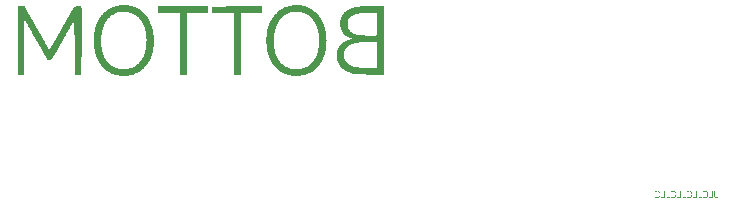
<source format=gbo>
G04 Layer: BottomSilkscreenLayer*
G04 EasyEDA Pro v1.7.27, 2022-09-03 12:36:09*
G04 Gerber Generator version 0.3*
G04 Scale: 100 percent, Rotated: No, Reflected: No*
G04 Dimensions in millimeters*
G04 Leading zeros omitted, absolute positions, 3 integers and 3 decimals*
%FSLAX33Y33*%
%MOMM*%
%ADD10C,0.254*%
G75*


G04 Text Start*
G04 //text: BOTTOM*
G36*
G01X55513Y28761D02*
G01X55434Y28758D01*
G01X55407Y28754D01*
G01X55365Y28744D01*
G01X55320Y28740D01*
G01X55213Y28737D01*
G01X55147Y28733D01*
G01X55085Y28726D01*
G01X55048Y28720D01*
G01X54990Y28709D01*
G01X54926Y28691D01*
G01X54834Y28674D01*
G01X54782Y28663D01*
G01X54744Y28651D01*
G01X54658Y28627D01*
G01X54612Y28610D01*
G01X54543Y28579D01*
G01X54485Y28561D01*
G01X54462Y28553D01*
G01X54427Y28534D01*
G01X54380Y28502D01*
G01X54355Y28487D01*
G01X54329Y28473D01*
G01X54248Y28437D01*
G01X54227Y28426D01*
G01X54171Y28392D01*
G01X54106Y28357D01*
G01X54071Y28334D01*
G01X54046Y28310D01*
G01X54000Y28276D01*
G01X53955Y28241D01*
G01X53917Y28207D01*
G01X53856Y28160D01*
G01X53846Y28149D01*
G01X53835Y28131D01*
G01X53830Y28124D01*
G01X53806Y28100D01*
G01X53717Y28025D01*
G01X53677Y27987D01*
G01X53649Y27958D01*
G01X53596Y27895D01*
G01X53575Y27867D01*
G01X53514Y27784D01*
G01X53436Y27681D01*
G01X53417Y27652D01*
G01X53401Y27624D01*
G01X53377Y27568D01*
G01X53354Y27528D01*
G01X53336Y27508D01*
G01X53325Y27492D01*
G01X53307Y27460D01*
G01X53273Y27381D01*
G01X53239Y27323D01*
G01X53222Y27282D01*
G01X53201Y27214D01*
G01X53170Y27144D01*
G01X53153Y27098D01*
G01X53131Y27032D01*
G01X53106Y26985D01*
G01X53096Y26962D01*
G01X53083Y26916D01*
G01X53070Y26840D01*
G01X53062Y26804D01*
G01X53053Y26771D01*
G01X53026Y26694D01*
G01X53017Y26659D01*
G01X53007Y26602D01*
G01X53002Y26564D01*
G01X52990Y26506D01*
G01X52979Y26468D01*
G01X52973Y26422D01*
G01X52970Y26342D01*
G01X52961Y26302D01*
G01X52957Y26284D01*
G01X52952Y26226D01*
G01X52949Y26117D01*
G01X52946Y25963D01*
G01X52938Y25863D01*
G01X52934Y25815D01*
G01X52932Y25776D01*
G01X52934Y25746D01*
G01X52938Y25725D01*
G01X53550D01*
G01Y25755D01*
G01X53553Y25828D01*
G01X53556Y25863D01*
G01X53561Y25886D01*
G01X53566Y25902D01*
G01X53571Y25958D01*
G01X53576Y26172D01*
G01X53582Y26222D01*
G01X53596Y26278D01*
G01X53631Y26487D01*
G01X53661Y26632D01*
G01X53688Y26741D01*
G01X53711Y26815D01*
G01X53740Y26894D01*
G01X53781Y27006D01*
G01X53804Y27067D01*
G01X53815Y27090D01*
G01X53833Y27119D01*
G01X53856Y27162D01*
G01X53886Y27231D01*
G01X53906Y27275D01*
G01X53931Y27318D01*
G01X53965Y27373D01*
G01X54016Y27444D01*
G01X54039Y27484D01*
G01X54054Y27519D01*
G01X54064Y27534D01*
G01X54077Y27548D01*
G01X54092Y27560D01*
G01X54124Y27586D01*
G01X54162Y27634D01*
G01X54191Y27663D01*
G01X54240Y27702D01*
G01X54278Y27750D01*
G01X54307Y27779D01*
G01X54340Y27802D01*
G01X54394Y27849D01*
G01X54439Y27884D01*
G01X54517Y27935D01*
G01X54561Y27958D01*
G01X54629Y27988D01*
G01X54672Y28009D01*
G01X54746Y28050D01*
G01X54777Y28065D01*
G01X54809Y28079D01*
G01X54843Y28091D01*
G01X54990Y28138D01*
G01X55083Y28155D01*
G01X55135Y28166D01*
G01X55166Y28175D01*
G01X55230Y28180D01*
G01X55420Y28183D01*
G01X55526D01*
G01X55682Y28177D01*
G01X55732Y28172D01*
G01X55870Y28149D01*
G01X55901Y28142D01*
G01X56009Y28114D01*
G01X56084Y28091D01*
G01X56148Y28068D01*
G01X56263Y28022D01*
G01X56315Y27999D01*
G01X56337Y27987D01*
G01X56390Y27956D01*
G01X56434Y27937D01*
G01X56465Y27921D01*
G01X56490Y27904D01*
G01X56517Y27884D01*
G01X56660Y27769D01*
G01X56733Y27715D01*
G01X56751Y27700D01*
G01X56777Y27668D01*
G01X56812Y27614D01*
G01X56829Y27592D01*
G01X56846Y27574D01*
G01X56863Y27560D01*
G01X56895Y27534D01*
G01X56921Y27503D01*
G01X56967Y27433D01*
G01X57025Y27341D01*
G01X57049Y27299D01*
G01X57083Y27237D01*
G01X57103Y27194D01*
G01X57132Y27122D01*
G01X57158Y27078D01*
G01X57168Y27058D01*
G01X57180Y27022D01*
G01X57193Y26967D01*
G01X57201Y26942D01*
G01X57210Y26921D01*
G01X57227Y26893D01*
G01X57237Y26871D01*
G01X57250Y26831D01*
G01X57262Y26766D01*
G01X57270Y26738D01*
G01X57280Y26714D01*
G01X57296Y26685D01*
G01X57306Y26660D01*
G01X57319Y26610D01*
G01X57331Y26523D01*
G01X57348Y26417D01*
G01X57360Y26365D01*
G01X57373Y26320D01*
G01X57379Y26287D01*
G01X57381Y26250D01*
G01X57383Y26175D01*
G01X57386Y26079D01*
G01X57389Y26047D01*
G01X57394Y26024D01*
G01X57397Y26014D01*
G01X57403Y25952D01*
G01X57406Y25805D01*
G01X57403Y25658D01*
G01X57399Y25612D01*
G01X57394Y25586D01*
G01X57391Y25570D01*
G01X57385Y25518D01*
G01X57383Y25394D01*
G01X57380Y25320D01*
G01X57374Y25272D01*
G01X57360Y25217D01*
G01X57343Y25109D01*
G01X57331Y25052D01*
G01X57317Y24994D01*
G01X57314Y24939D01*
G01X57311Y24916D01*
G01X57305Y24893D01*
G01X57296Y24870D01*
G01X57281Y24836D01*
G01X57273Y24812D01*
G01X57269Y24789D01*
G01X57267Y24754D01*
G01X57264Y24731D01*
G01X57259Y24709D01*
G01X57250Y24685D01*
G01X57224Y24627D01*
G01X57203Y24559D01*
G01X57186Y24519D01*
G01X57155Y24463D01*
G01X57137Y24408D01*
G01X57129Y24385D01*
G01X57110Y24350D01*
G01X57078Y24304D01*
G01X57063Y24278D01*
G01X57049Y24251D01*
G01X57024Y24195D01*
G01X57008Y24166D01*
G01X56989Y24137D01*
G01X56946Y24081D01*
G01X56930Y24056D01*
G01X56917Y24034D01*
G01X56903Y23999D01*
G01X56892Y23984D01*
G01X56879Y23970D01*
G01X56855Y23952D01*
G01X56826Y23926D01*
G01X56805Y23904D01*
G01X56740Y23825D01*
G01X56702Y23785D01*
G01X56672Y23757D01*
G01X56609Y23704D01*
G01X56537Y23650D01*
G01X56494Y23623D01*
G01X56378Y23554D01*
G01X56337Y23530D01*
G01X56275Y23496D01*
G01X56228Y23476D01*
G01X56160Y23455D01*
G01X56119Y23438D01*
G01X56064Y23407D01*
G01X56021Y23392D01*
G01X55865Y23357D01*
G01X55808Y23342D01*
G01X55752Y23337D01*
G01X55651Y23334D01*
G01X55544Y23331D01*
G01X55515Y23328D01*
G01X55501Y23323D01*
G01X55487Y23317D01*
G01X55466Y23323D01*
G01X55459Y23326D01*
G01X55444Y23329D01*
G01X55406Y23333D01*
G01X55253Y23338D01*
G01X55223Y23341D01*
G01X55201Y23346D01*
G01X55155Y23357D01*
G01X55046Y23376D01*
G01X55010Y23384D01*
G01X54977Y23393D01*
G01X54932Y23410D01*
G01X54820Y23450D01*
G01X54743Y23479D01*
G01X54704Y23496D01*
G01X54588Y23554D01*
G01X54508Y23600D01*
G01X54459Y23632D01*
G01X54415Y23669D01*
G01X54401Y23678D01*
G01X54386Y23686D01*
G01X54353Y23700D01*
G01X54338Y23710D01*
G01X54324Y23723D01*
G01X54312Y23738D01*
G01X54286Y23770D01*
G01X54238Y23808D01*
G01X54209Y23837D01*
G01X54171Y23886D01*
G01X54122Y23924D01*
G01X54093Y23953D01*
G01X54006Y24074D01*
G01X53985Y24108D01*
G01X53953Y24166D01*
G01X53932Y24201D01*
G01X53891Y24259D01*
G01X53876Y24284D01*
G01X53862Y24311D01*
G01X53827Y24391D01*
G01X53798Y24440D01*
G01X53788Y24461D01*
G01X53776Y24496D01*
G01X53763Y24551D01*
G01X53755Y24576D01*
G01X53745Y24597D01*
G01X53729Y24625D01*
G01X53719Y24645D01*
G01X53706Y24681D01*
G01X53685Y24769D01*
G01X53665Y24836D01*
G01X53641Y24917D01*
G01X53631Y24963D01*
G01X53608Y25101D01*
G01X53602Y25138D01*
G01X53590Y25196D01*
G01X53581Y25233D01*
G01X53575Y25288D01*
G01X53570Y25502D01*
G01X53567Y25539D01*
G01X53561Y25563D01*
G01X53557Y25579D01*
G01X53552Y25631D01*
G01X53550Y25725D01*
G01X52938D01*
G01X52941Y25713D01*
G01X52947Y25652D01*
G01X52952Y25358D01*
G01X52956Y25312D01*
G01X52961Y25286D01*
G01X52970Y25248D01*
G01X52973Y25205D01*
G01X52977Y25142D01*
G01X52984Y25101D01*
G01X52996Y25049D01*
G01X53016Y24971D01*
G01X53019Y24905D01*
G01X53026Y24865D01*
G01X53042Y24807D01*
G01X53060Y24724D01*
G01X53088Y24616D01*
G01X53105Y24560D01*
G01X53123Y24514D01*
G01X53157Y24437D01*
G01X53186Y24357D01*
G01X53227Y24246D01*
G01X53250Y24195D01*
G01X53279Y24145D01*
G01X53302Y24102D01*
G01X53331Y24033D01*
G01X53352Y23990D01*
G01X53377Y23947D01*
G01X53434Y23854D01*
G01X53446Y23837D01*
G01X53487Y23790D01*
G01X53514Y23754D01*
G01X53570Y23666D01*
G01X53617Y23612D01*
G01X53711Y23499D01*
G01X53758Y23450D01*
G01X53798Y23412D01*
G01X53814Y23400D01*
G01X53838Y23385D01*
G01X53850Y23375D01*
G01X53862Y23362D01*
G01X53886Y23329D01*
G01X53915Y23300D01*
G01X53950Y23275D01*
G01X54051Y23197D01*
G01X54116Y23150D01*
G01X54185Y23103D01*
G01X54219Y23084D01*
G01X54263Y23066D01*
G01X54291Y23052D01*
G01X54359Y23006D01*
G01X54384Y22991D01*
G01X54411Y22977D01*
G01X54439Y22965D01*
G01X54531Y22931D01*
G01X54550Y22925D01*
G01X54658Y22893D01*
G01X54704Y22873D01*
G01X54754Y22852D01*
G01X54808Y22838D01*
G01X54947Y22815D01*
G01X54984Y22809D01*
G01X55042Y22798D01*
G01X55082Y22787D01*
G01X55124Y22782D01*
G01X55247Y22777D01*
G01X55273Y22774D01*
G01X55293Y22769D01*
G01X55311Y22765D01*
G01X55369Y22759D01*
G01X55478Y22757D01*
G01X55578Y22759D01*
G01X55651Y22763D01*
G01X55686Y22769D01*
G01X55824Y22792D01*
G01X55862Y22798D01*
G01X55920Y22809D01*
G01X55978Y22823D01*
G01X56043Y22827D01*
G01X56083Y22833D01*
G01X56142Y22849D01*
G01X56222Y22868D01*
G01X56274Y22885D01*
G01X56321Y22907D01*
G01X56367Y22924D01*
G01X56439Y22945D01*
G01X56494Y22965D01*
G01X56523Y22977D01*
G01X56566Y22998D01*
G01X56651Y23047D01*
G01X56757Y23103D01*
G01X56794Y23127D01*
G01X56863Y23173D01*
G01X56909Y23207D01*
G01X56934Y23230D01*
G01X56947Y23239D01*
G01X56963Y23247D01*
G01X56996Y23261D01*
G01X57011Y23271D01*
G01X57025Y23284D01*
G01X57049Y23316D01*
G01X57078Y23345D01*
G01X57121Y23377D01*
G01X57164Y23415D01*
G01X57291Y23542D01*
G01X57311Y23565D01*
G01X57360Y23623D01*
G01X57382Y23650D01*
G01X57442Y23734D01*
G01X57519Y23835D01*
G01X57536Y23860D01*
G01X57548Y23882D01*
G01X57559Y23909D01*
G01X57574Y23937D01*
G01X57619Y24005D01*
G01X57634Y24030D01*
G01X57648Y24057D01*
G01X57683Y24137D01*
G01X57706Y24177D01*
G01X57727Y24215D01*
G01X57747Y24280D01*
G01X57765Y24321D01*
G01X57781Y24348D01*
G01X57791Y24368D01*
G01X57804Y24404D01*
G01X57816Y24459D01*
G01X57825Y24483D01*
G01X57834Y24505D01*
G01X57851Y24533D01*
G01X57861Y24556D01*
G01X57873Y24601D01*
G01X57886Y24678D01*
G01X57894Y24714D01*
G01X57903Y24747D01*
G01X57930Y24824D01*
G01X57938Y24859D01*
G01X57949Y24916D01*
G01X57955Y24953D01*
G01X57966Y25011D01*
G01X57974Y25041D01*
G01X57981Y25072D01*
G01X57984Y25152D01*
G01X57990Y25198D01*
G01X57998Y25227D01*
G01X58003Y25289D01*
G01X58010Y25583D01*
G01X58015Y25644D01*
G01X58023Y25673D01*
G01X58029Y25713D01*
G01Y25758D01*
G01X58023Y25799D01*
G01X58014Y25834D01*
G01X58009Y25896D01*
G01X58006Y26013D01*
G01Y26089D01*
G01X58000Y26210D01*
G01X57995Y26255D01*
G01X57972Y26417D01*
G01X57966Y26455D01*
G01X57955Y26513D01*
G01X57943Y26551D01*
G01X57938Y26597D01*
G01X57936Y26652D01*
G01X57931Y26677D01*
G01X57924Y26698D01*
G01X57908Y26727D01*
G01X57898Y26750D01*
G01X57886Y26795D01*
G01X57873Y26872D01*
G01X57865Y26908D01*
G01X57856Y26941D01*
G01X57810Y27064D01*
G01X57775Y27156D01*
G01X57729Y27271D01*
G01X57712Y27313D01*
G01X57683Y27376D01*
G01X57660Y27419D01*
G01X57614Y27493D01*
G01X57591Y27537D01*
G01X57539Y27641D01*
G01X57507Y27692D01*
G01X57454Y27761D01*
G01X57438Y27785D01*
G01X57425Y27807D01*
G01X57411Y27842D01*
G01X57400Y27857D01*
G01X57387Y27871D01*
G01X57371Y27884D01*
G01X57355Y27896D01*
G01X57339Y27912D01*
G01X57326Y27931D01*
G01X57301Y27974D01*
G01X57288Y27993D01*
G01X57272Y28009D01*
G01X57239Y28034D01*
G01X57210Y28063D01*
G01X57192Y28088D01*
G01X57167Y28117D01*
G01X57144Y28138D01*
G01X57090Y28182D01*
G01X57008Y28241D01*
G01X56955Y28287D01*
G01X56910Y28322D01*
G01X56864Y28357D01*
G01X56838Y28380D01*
G01X56820Y28392D01*
G01X56745Y28426D01*
G01X56704Y28449D01*
G01X56684Y28466D01*
G01X56668Y28478D01*
G01X56636Y28495D01*
G01X56568Y28524D01*
G01X56459Y28573D01*
G01X56390Y28594D01*
G01X56344Y28612D01*
G01X56275Y28643D01*
G01X56206Y28663D01*
G01X56107Y28691D01*
G01X56003Y28715D01*
G01X55947Y28730D01*
G01X55895Y28736D01*
G01X55771Y28738D01*
G01X55697Y28741D01*
G01X55650Y28747D01*
G01X55619Y28754D01*
G01X55574Y28759D01*
G37*
G36*
G01X40908Y28761D02*
G01X40838Y28758D01*
G01X40812Y28754D01*
G01X40792Y28749D01*
G01X40771Y28744D01*
G01X40722Y28740D01*
G01X40628Y28738D01*
G01X40533Y28733D01*
G01X40469Y28726D01*
G01X40431Y28720D01*
G01X40374Y28709D01*
G01X40310Y28691D01*
G01X40217Y28674D01*
G01X40165Y28663D01*
G01X40127Y28651D01*
G01X40042Y28627D01*
G01X39995Y28610D01*
G01X39926Y28579D01*
G01X39868Y28561D01*
G01X39845Y28553D01*
G01X39811Y28534D01*
G01X39764Y28502D01*
G01X39739Y28487D01*
G01X39712Y28473D01*
G01X39655Y28449D01*
G01X39612Y28427D01*
G01X39568Y28403D01*
G01X39514Y28368D01*
G01X39384Y28276D01*
G01X39338Y28241D01*
G01X39300Y28207D01*
G01X39252Y28171D01*
G01X39223Y28142D01*
G01X39185Y28094D01*
G01X39136Y28056D01*
G01X39107Y28027D01*
G01X39069Y27979D01*
G01X39020Y27941D01*
G01X38992Y27912D01*
G01X38968Y27879D01*
G01X38928Y27831D01*
G01X38900Y27795D01*
G01X38844Y27707D01*
G01X38830Y27689D01*
G01X38806Y27662D01*
G01X38795Y27644D01*
G01X38760Y27568D01*
G01X38737Y27528D01*
G01X38720Y27508D01*
G01X38708Y27492D01*
G01X38691Y27460D01*
G01X38656Y27381D01*
G01X38622Y27323D01*
G01X38605Y27282D01*
G01X38584Y27214D01*
G01X38553Y27144D01*
G01X38536Y27098D01*
G01X38515Y27032D01*
G01X38489Y26985D01*
G01X38479Y26962D01*
G01X38466Y26916D01*
G01X38454Y26839D01*
G01X38441Y26782D01*
G01X38414Y26693D01*
G01X38401Y26637D01*
G01X38385Y26541D01*
G01X38373Y26484D01*
G01X38363Y26444D01*
G01X38357Y26398D01*
G01X38353Y26319D01*
G01X38344Y26278D01*
G01X38341Y26261D01*
G01X38336Y26209D01*
G01X38333Y26071D01*
G01X38331Y25957D01*
G01X38327Y25876D01*
G01X38317Y25812D01*
G01X38316Y25788D01*
G01X38317Y25766D01*
G01X38321Y25747D01*
G01X38326Y25730D01*
G01Y25725D01*
G01X38933D01*
G01X38934Y25755D01*
G01X38936Y25828D01*
G01X38940Y25863D01*
G01X38945Y25886D01*
G01X38949Y25902D01*
G01X38954Y25958D01*
G01X38960Y26172D01*
G01X38965Y26222D01*
G01X38979Y26278D01*
G01X39014Y26487D01*
G01X39044Y26632D01*
G01X39072Y26741D01*
G01X39095Y26815D01*
G01X39124Y26894D01*
G01X39164Y27006D01*
G01X39187Y27067D01*
G01X39199Y27090D01*
G01X39216Y27119D01*
G01X39239Y27162D01*
G01X39269Y27231D01*
G01X39290Y27275D01*
G01X39314Y27318D01*
G01X39349Y27373D01*
G01X39399Y27444D01*
G01X39423Y27484D01*
G01X39437Y27519D01*
G01X39447Y27534D01*
G01X39460Y27548D01*
G01X39476Y27560D01*
G01X39508Y27586D01*
G01X39546Y27634D01*
G01X39575Y27663D01*
G01X39623Y27702D01*
G01X39662Y27750D01*
G01X39691Y27779D01*
G01X39724Y27802D01*
G01X39777Y27849D01*
G01X39822Y27884D01*
G01X39901Y27935D01*
G01X39944Y27958D01*
G01X40013Y27988D01*
G01X40056Y28009D01*
G01X40129Y28050D01*
G01X40160Y28065D01*
G01X40192Y28079D01*
G01X40226Y28091D01*
G01X40374Y28138D01*
G01X40467Y28155D01*
G01X40519Y28166D01*
G01X40550Y28175D01*
G01X40614Y28180D01*
G01X40804Y28183D01*
G01X40910D01*
G01X41066Y28177D01*
G01X41115Y28172D01*
G01X41254Y28149D01*
G01X41284Y28142D01*
G01X41392Y28114D01*
G01X41468Y28091D01*
G01X41531Y28068D01*
G01X41646Y28022D01*
G01X41699Y27999D01*
G01X41720Y27987D01*
G01X41773Y27956D01*
G01X41825Y27934D01*
G01X41840Y27927D01*
G01X41854Y27917D01*
G01X41878Y27896D01*
G01X41892Y27886D01*
G01X41907Y27879D01*
G01X41940Y27865D01*
G01X41955Y27855D01*
G01X41969Y27841D01*
G01X41981Y27826D01*
G01X41994Y27809D01*
G01X42010Y27794D01*
G01X42029Y27780D01*
G01X42062Y27762D01*
G01X42085Y27746D01*
G01X42120Y27714D01*
G01X42143Y27687D01*
G01X42165Y27660D01*
G01X42224Y27578D01*
G01X42253Y27549D01*
G01X42279Y27531D01*
G01X42296Y27515D01*
G01X42322Y27483D01*
G01X42339Y27456D01*
G01X42408Y27341D01*
G01X42466Y27249D01*
G01X42487Y27211D01*
G01X42507Y27145D01*
G01X42525Y27105D01*
G01X42556Y27049D01*
G01X42576Y26983D01*
G01X42594Y26943D01*
G01X42611Y26916D01*
G01X42621Y26896D01*
G01X42633Y26860D01*
G01X42654Y26772D01*
G01X42674Y26706D01*
G01X42698Y26624D01*
G01X42709Y26579D01*
G01X42732Y26440D01*
G01X42738Y26403D01*
G01X42749Y26345D01*
G01X42756Y26320D01*
G01X42762Y26287D01*
G01X42765Y26250D01*
G01X42766Y26175D01*
G01X42770Y26079D01*
G01X42773Y26047D01*
G01X42778Y26024D01*
G01X42781Y26014D01*
G01X42787Y25952D01*
G01X42789Y25805D01*
G01X42787Y25658D01*
G01X42783Y25612D01*
G01X42778Y25586D01*
G01X42774Y25570D01*
G01X42769Y25518D01*
G01X42766Y25394D01*
G01X42763Y25320D01*
G01X42758Y25272D01*
G01X42743Y25217D01*
G01X42726Y25109D01*
G01X42715Y25052D01*
G01X42703Y25013D01*
G01X42698Y24967D01*
G01X42696Y24912D01*
G01X42691Y24887D01*
G01X42684Y24866D01*
G01X42664Y24829D01*
G01X42657Y24809D01*
G01X42653Y24788D01*
G01X42651Y24754D01*
G01X42648Y24731D01*
G01X42642Y24709D01*
G01X42633Y24685D01*
G01X42607Y24627D01*
G01X42587Y24559D01*
G01X42569Y24519D01*
G01X42538Y24463D01*
G01X42518Y24398D01*
G01X42509Y24379D01*
G01X42500Y24364D01*
G01X42478Y24337D01*
G01X42469Y24322D01*
G01X42461Y24303D01*
G01X42452Y24270D01*
G01X42443Y24246D01*
G01X42425Y24212D01*
G01X42351Y24108D01*
G01X42258Y23969D01*
G01X42246Y23953D01*
G01X42217Y23924D01*
G01X42185Y23899D01*
G01X42172Y23886D01*
G01X42162Y23870D01*
G01X42147Y23837D01*
G01X42137Y23822D01*
G01X42124Y23808D01*
G01X42108Y23796D01*
G01X42063Y23762D01*
G01X42025Y23727D01*
G01X41977Y23693D01*
G01X41929Y23652D01*
G01X41906Y23635D01*
G01X41842Y23599D01*
G01X41762Y23554D01*
G01X41721Y23530D01*
G01X41658Y23496D01*
G01X41612Y23476D01*
G01X41543Y23455D01*
G01X41503Y23438D01*
G01X41447Y23407D01*
G01X41404Y23392D01*
G01X41248Y23357D01*
G01X41191Y23342D01*
G01X41136Y23337D01*
G01X41035Y23334D01*
G01X40928Y23331D01*
G01X40898Y23328D01*
G01X40884Y23323D01*
G01X40870Y23317D01*
G01X40850Y23323D01*
G01X40843Y23326D01*
G01X40827Y23329D01*
G01X40789Y23333D01*
G01X40636Y23338D01*
G01X40606Y23341D01*
G01X40584Y23346D01*
G01X40541Y23357D01*
G01X40448Y23375D01*
G01X40396Y23386D01*
G01X40359Y23398D01*
G01X40273Y23422D01*
G01X40226Y23439D01*
G01X40157Y23470D01*
G01X40089Y23491D01*
G01X40071Y23499D01*
G01X40055Y23508D01*
G01X40042Y23519D01*
G01X40028Y23531D01*
G01X40010Y23542D01*
G01X39933Y23578D01*
G01X39906Y23592D01*
G01X39881Y23606D01*
G01X39857Y23623D01*
G01X39726Y23726D01*
G01X39644Y23786D01*
G01X39615Y23815D01*
G01X39577Y23863D01*
G01X39528Y23901D01*
G01X39500Y23930D01*
G01X39475Y23965D01*
G01X39418Y24039D01*
G01X39378Y24093D01*
G01X39362Y24119D01*
G01X39337Y24166D01*
G01X39316Y24201D01*
G01X39274Y24259D01*
G01X39260Y24284D01*
G01X39246Y24311D01*
G01X39210Y24391D01*
G01X39199Y24412D01*
G01X39176Y24452D01*
G01X39159Y24493D01*
G01X39124Y24602D01*
G01X39106Y24649D01*
G01X39085Y24697D01*
G01X39078Y24720D01*
G01X39073Y24743D01*
G01X39070Y24788D01*
G01X39066Y24809D01*
G01X39059Y24829D01*
G01X39043Y24856D01*
G01X39033Y24881D01*
G01X39020Y24931D01*
G01X39008Y25018D01*
G01X38991Y25124D01*
G01X38979Y25176D01*
G01X38964Y25233D01*
G01X38959Y25288D01*
G01X38953Y25502D01*
G01X38950Y25539D01*
G01X38945Y25563D01*
G01X38941Y25579D01*
G01X38936Y25631D01*
G01X38933Y25725D01*
G01X38326D01*
G01X38330Y25678D01*
G01X38333Y25540D01*
G01X38334Y25459D01*
G01X38339Y25332D01*
G01X38344Y25286D01*
G01X38368Y25124D01*
G01X38373Y25087D01*
G01X38385Y25029D01*
G01X38396Y24989D01*
G01X38402Y24937D01*
G01X38404Y24872D01*
G01X38408Y24844D01*
G01X38415Y24820D01*
G01X38431Y24791D01*
G01X38441Y24770D01*
G01X38454Y24729D01*
G01X38466Y24664D01*
G01X38477Y24613D01*
G01X38489Y24575D01*
G01X38512Y24490D01*
G01X38530Y24450D01*
G01X38547Y24422D01*
G01X38557Y24402D01*
G01X38569Y24366D01*
G01X38582Y24311D01*
G01X38590Y24287D01*
G01X38599Y24265D01*
G01X38616Y24238D01*
G01X38639Y24194D01*
G01X38679Y24102D01*
G01X38691Y24081D01*
G01X38725Y24024D01*
G01X38761Y23957D01*
G01X38806Y23877D01*
G01X38844Y23820D01*
G01X38908Y23734D01*
G01X38924Y23710D01*
G01X38937Y23688D01*
G01X38952Y23652D01*
G01X38962Y23638D01*
G01X38975Y23624D01*
G01X38991Y23611D01*
G01X39023Y23585D01*
G01X39049Y23554D01*
G01X39072Y23525D01*
G01X39106Y23501D01*
G01X39118Y23490D01*
G01X39130Y23477D01*
G01X39154Y23445D01*
G01X39183Y23416D01*
G01X39231Y23378D01*
G01X39269Y23329D01*
G01X39298Y23300D01*
G01X39333Y23275D01*
G01X39434Y23197D01*
G01X39499Y23150D01*
G01X39586Y23093D01*
G01X39620Y23075D01*
G01X39655Y23062D01*
G01X39696Y23039D01*
G01X39753Y23000D01*
G01X39776Y22989D01*
G01X39799Y22980D01*
G01X39857Y22962D01*
G01X39926Y22931D01*
G01X39972Y22914D01*
G01X40042Y22893D01*
G01X40088Y22873D01*
G01X40137Y22852D01*
G01X40192Y22838D01*
G01X40330Y22815D01*
G01X40368Y22809D01*
G01X40426Y22798D01*
G01X40466Y22787D01*
G01X40507Y22782D01*
G01X40630Y22777D01*
G01X40657Y22774D01*
G01X40677Y22769D01*
G01X40694Y22765D01*
G01X40752Y22759D01*
G01X40861Y22757D01*
G01X40977Y22760D01*
G01X41009Y22763D01*
G01X41023Y22769D01*
G01X41027Y22772D01*
G01X41033Y22774D01*
G01X41041Y22776D01*
G01X41079Y22780D01*
G01X41115D01*
G01X41185Y22783D01*
G01X41210Y22787D01*
G01X41277Y22804D01*
G01X41485Y22838D01*
G01X41546Y22852D01*
G01X41612Y22873D01*
G01X41768Y22925D01*
G01X41877Y22965D01*
G01X41929Y22988D01*
G01X41979Y23017D01*
G01X42022Y23040D01*
G01X42090Y23070D01*
G01X42117Y23084D01*
G01X42142Y23098D01*
G01X42247Y23173D01*
G01X42293Y23207D01*
G01X42317Y23230D01*
G01X42331Y23239D01*
G01X42346Y23247D01*
G01X42379Y23261D01*
G01X42394Y23271D01*
G01X42408Y23284D01*
G01X42432Y23316D01*
G01X42461Y23345D01*
G01X42504Y23377D01*
G01X42547Y23415D01*
G01X42702Y23571D01*
G01X42731Y23606D01*
G01X42756Y23642D01*
G01X42834Y23743D01*
G01X42882Y23808D01*
G01X42940Y23900D01*
G01X42964Y23942D01*
G01X43020Y24047D01*
G01X43049Y24094D01*
G01X43072Y24137D01*
G01X43107Y24219D01*
G01X43147Y24304D01*
G01X43164Y24350D01*
G01X43185Y24420D01*
G01X43217Y24491D01*
G01X43234Y24537D01*
G01X43251Y24593D01*
G01X43297Y24749D01*
G01X43309Y24801D01*
G01X43332Y24916D01*
G01X43344Y24968D01*
G01X43358Y25018D01*
G01X43364Y25052D01*
G01X43367Y25145D01*
G01X43374Y25197D01*
G01X43378Y25217D01*
G01X43382Y25234D01*
G01X43388Y25295D01*
G01X43393Y25543D01*
G01X43399Y25598D01*
G01X43407Y25630D01*
G01X43411Y25675D01*
G01X43413Y25736D01*
G01X43410Y25814D01*
G01X43407Y25842D01*
G01X43401Y25863D01*
G01X43397Y25881D01*
G01X43392Y25942D01*
G01X43387Y26189D01*
G01X43381Y26245D01*
G01X43376Y26265D01*
G01X43369Y26296D01*
G01X43366Y26375D01*
G01X43360Y26422D01*
G01X43344Y26484D01*
G01X43332Y26544D01*
G01X43309Y26671D01*
G01X43302Y26701D01*
G01X43274Y26810D01*
G01X43234Y26943D01*
G01X43202Y27055D01*
G01X43182Y27110D01*
G01X43165Y27152D01*
G01X43113Y27266D01*
G01X43078Y27361D01*
G01X43067Y27387D01*
G01X43055Y27407D01*
G01X43038Y27428D01*
G01X43026Y27444D01*
G01X43009Y27476D01*
G01X42985Y27531D01*
G01X42964Y27575D01*
G01X42940Y27618D01*
G01X42908Y27667D01*
G01X42894Y27685D01*
G01X42876Y27705D01*
G01X42849Y27741D01*
G01X42792Y27829D01*
G01X42779Y27847D01*
G01X42743Y27886D01*
G01X42709Y27934D01*
G01X42662Y27988D01*
G01X42628Y28033D01*
G01X42602Y28065D01*
G01X42554Y28104D01*
G01X42525Y28133D01*
G01X42506Y28157D01*
G01X42490Y28175D01*
G01X42458Y28201D01*
G01X42382Y28250D01*
G01X42365Y28264D01*
G01X42339Y28287D01*
G01X42293Y28322D01*
G01X42248Y28357D01*
G01X42221Y28380D01*
G01X42204Y28392D01*
G01X42128Y28426D01*
G01X42087Y28449D01*
G01X42067Y28466D01*
G01X42052Y28478D01*
G01X42020Y28495D01*
G01X41941Y28530D01*
G01X41892Y28559D01*
G01X41871Y28569D01*
G01X41836Y28581D01*
G01X41780Y28594D01*
G01X41728Y28612D01*
G01X41658Y28643D01*
G01X41589Y28663D01*
G01X41491Y28691D01*
G01X41387Y28715D01*
G01X41330Y28730D01*
G01X41278Y28736D01*
G01X41155Y28738D01*
G01X41081Y28741D01*
G01X41033Y28747D01*
G01X41003Y28754D01*
G01X40962Y28759D01*
G37*
G36*
G01X61851Y28646D02*
G01X60897Y28640D01*
G01X60777Y28635D01*
G01X60766Y28634D01*
G01X60650Y28611D01*
G01X60512Y28588D01*
G01X60474Y28582D01*
G01X60416Y28570D01*
G01X60356Y28553D01*
G01X60243Y28527D01*
G01X60177Y28507D01*
G01X60099Y28478D01*
G01X60038Y28449D01*
G01X59929Y28402D01*
G01X59886Y28381D01*
G01X59842Y28357D01*
G01X59788Y28322D01*
G01X59738Y28287D01*
G01X59641Y28218D01*
G01X59588Y28173D01*
G01X59565Y28155D01*
G01X59548Y28145D01*
G01X59542Y28141D01*
G01X59536Y28136D01*
G01X59525Y28121D01*
G01X59495Y28070D01*
G01X59481Y28051D01*
G01X59466Y28035D01*
G01X59441Y28016D01*
G01X59425Y28001D01*
G01X59411Y27984D01*
G01X59398Y27964D01*
G01X59369Y27912D01*
G01X59340Y27877D01*
G01X59328Y27860D01*
G01X59311Y27823D01*
G01X59299Y27791D01*
G01X59271Y27713D01*
G01X59242Y27652D01*
G01X59225Y27600D01*
G01X59207Y27520D01*
G01X59192Y27461D01*
G01X59187Y27410D01*
G01X59184Y27271D01*
G01X59189Y27087D01*
G01X59807D01*
G01X59808Y27118D01*
G01X59812Y27227D01*
G01X59819Y27294D01*
G01X59826Y27335D01*
G01X59838Y27395D01*
G01X59854Y27456D01*
G01X59865Y27493D01*
G01X59877Y27525D01*
G01X59888Y27551D01*
G01X59946Y27641D01*
G01X59959Y27659D01*
G01X59984Y27689D01*
G01X60015Y27722D01*
G01X60064Y27768D01*
G01X60119Y27814D01*
G01X60148Y27836D01*
G01X60177Y27855D01*
G01X60206Y27870D01*
G01X60276Y27901D01*
G01X60364Y27941D01*
G01X60410Y27958D01*
G01X60466Y27976D01*
G01X60581Y28011D01*
G01X60627Y28022D01*
G01X60734Y28039D01*
G01X60792Y28051D01*
G01X60817Y28058D01*
G01X60860Y28061D01*
G01X61562Y28068D01*
G01X62278D01*
G01Y27133D01*
G01X62270Y26204D01*
G01X62267Y26186D01*
G01X62266Y26185D01*
G01X62265D01*
G01X62258Y26184D01*
G01X62215Y26180D01*
G01X61736Y26175D01*
G01X61337Y26178D01*
G01X61198Y26183D01*
G01X61181Y26186D01*
G01X61161Y26191D01*
G01X61120Y26196D01*
G01X61026Y26199D01*
G01X60965Y26202D01*
G01X60904Y26209D01*
G01X60743Y26233D01*
G01X60705Y26238D01*
G01X60648Y26250D01*
G01X60512Y26290D01*
G01X60437Y26313D01*
G01X60373Y26336D01*
G01X60344Y26348D01*
G01X60301Y26370D01*
G01X60258Y26394D01*
G01X60165Y26452D01*
G01X60087Y26504D01*
G01X60059Y26530D01*
G01X60038Y26552D01*
G01X59994Y26606D01*
G01X59946Y26671D01*
G01X59911Y26717D01*
G01X59894Y26736D01*
G01X59889Y26743D01*
G01X59884Y26753D01*
G01X59875Y26776D01*
G01X59859Y26854D01*
G01X59851Y26882D01*
G01X59841Y26906D01*
G01X59831Y26925D01*
G01X59825Y26935D01*
G01X59821Y26948D01*
G01X59815Y26973D01*
G01X59809Y27029D01*
G01X59807Y27087D01*
G01X59189D01*
G01Y27082D01*
G01X59196Y26995D01*
G01X59199Y26969D01*
G01X59210Y26899D01*
G01X59220Y26858D01*
G01X59236Y26804D01*
G01X59276Y26694D01*
G01X59289Y26665D01*
G01X59310Y26622D01*
G01X59334Y26579D01*
G01X59403Y26469D01*
G01X59420Y26434D01*
G01X59434Y26400D01*
G01X59444Y26386D01*
G01X59457Y26372D01*
G01X59489Y26347D01*
G01X59518Y26318D01*
G01X59537Y26293D01*
G01X59562Y26264D01*
G01X59584Y26243D01*
G01X59611Y26221D01*
G01X59683Y26168D01*
G01X59727Y26140D01*
G01X59828Y26077D01*
G01X59871Y26053D01*
G01X59953Y26019D01*
G01X60027Y25985D01*
G01X60050Y25976D01*
G01X60073Y25970D01*
G01X60096Y25967D01*
G01X60128Y25965D01*
G01X60145Y25958D01*
G01X60157Y25947D01*
G01X60165Y25932D01*
G01X60167Y25924D01*
G01Y25916D01*
G01X60164Y25908D01*
G01X60160Y25900D01*
G01X60153Y25893D01*
G01X60144Y25887D01*
G01X60132Y25881D01*
G01X60090Y25864D01*
G01X60047Y25850D01*
G01X59952Y25828D01*
G01X59911Y25817D01*
G01X59796Y25782D01*
G01X59721Y25759D01*
G01X59657Y25736D01*
G01X59631Y25725D01*
G01X59590Y25701D01*
G01X59570Y25684D01*
G01X59554Y25672D01*
G01X59522Y25655D01*
G01X59469Y25631D01*
G01X59447Y25617D01*
G01X59429Y25602D01*
G01X59403Y25570D01*
G01X59389Y25557D01*
G01X59374Y25547D01*
G01X59340Y25533D01*
G01X59326Y25522D01*
G01X59312Y25509D01*
G01X59287Y25477D01*
G01X59258Y25448D01*
G01X59225Y25423D01*
G01X59210Y25407D01*
G01X59196Y25388D01*
G01X59172Y25345D01*
G01X59158Y25326D01*
G01X59143Y25310D01*
G01X59126Y25297D01*
G01X59110Y25284D01*
G01X59095Y25265D01*
G01X59081Y25243D01*
G01X59057Y25190D01*
G01X59034Y25149D01*
G01X59012Y25123D01*
G01X59002Y25107D01*
G01X58995Y25088D01*
G01X58981Y25043D01*
G01X58964Y24997D01*
G01X58943Y24951D01*
G01X58936Y24928D01*
G01X58932Y24905D01*
G01X58929Y24859D01*
G01X58924Y24838D01*
G01X58917Y24819D01*
G01X58907Y24801D01*
G01X58904Y24796D01*
G01X58901Y24786D01*
G01X58896Y24769D01*
G01X58890Y24726D01*
G01X58886Y24677D01*
G01X58884Y24570D01*
G01Y24535D01*
G01X59507D01*
G01X59510Y24613D01*
G01X59514Y24641D01*
G01X59522Y24671D01*
G01X59527Y24703D01*
G01X59531Y24769D01*
G01X59534Y24796D01*
G01X59540Y24822D01*
G01X59548Y24847D01*
G01X59574Y24905D01*
G01X59594Y24972D01*
G01X59603Y24991D01*
G01X59612Y25007D01*
G01X59629Y25026D01*
G01X59646Y25049D01*
G01X59681Y25111D01*
G01X59695Y25130D01*
G01X59710Y25145D01*
G01X59743Y25171D01*
G01X59772Y25200D01*
G01X59810Y25248D01*
G01X59842Y25274D01*
G01X59888Y25309D01*
G01X59913Y25331D01*
G01X59929Y25341D01*
G01X59948Y25348D01*
G01X59991Y25361D01*
G01X60010Y25370D01*
G01X60025Y25379D01*
G01X60052Y25401D01*
G01X60067Y25410D01*
G01X60086Y25418D01*
G01X60130Y25430D01*
G01X60171Y25448D01*
G01X60197Y25465D01*
G01X60218Y25475D01*
G01X60253Y25487D01*
G01X60333Y25505D01*
G01X60414Y25528D01*
G01X60518Y25551D01*
G01X60567Y25566D01*
G01X60601Y25571D01*
G01X60694Y25575D01*
G01X60746Y25581D01*
G01X60786Y25591D01*
G01X60827Y25596D01*
G01X60922Y25598D01*
G01X60982Y25602D01*
G01X61096Y25613D01*
G01X61701Y25620D01*
G01X62278D01*
G01Y24535D01*
G01X62270Y23458D01*
G01X62267Y23439D01*
G01X62266Y23438D01*
G01X62265Y23437D01*
G01X62260Y23436D01*
G01X62218Y23433D01*
G01X61712Y23427D01*
G01X61297Y23429D01*
G01X61152Y23436D01*
G01X61135Y23439D01*
G01X61116Y23443D01*
G01X61064Y23449D01*
G01X60964Y23452D01*
G01X60858Y23461D01*
G01X60673Y23484D01*
G01X60535Y23508D01*
G01X60505Y23514D01*
G01X60396Y23542D01*
G01X60281Y23577D01*
G01X60212Y23600D01*
G01X60177Y23614D01*
G01X60108Y23655D01*
G01X60064Y23672D01*
G01X60021Y23693D01*
G01X59981Y23715D01*
G01X59932Y23747D01*
G01X59888Y23784D01*
G01X59874Y23793D01*
G01X59859Y23801D01*
G01X59833Y23811D01*
G01X59824Y23817D01*
G01X59805Y23831D01*
G01X59784Y23851D01*
G01X59740Y23904D01*
G01X59692Y23969D01*
G01X59657Y24015D01*
G01X59640Y24033D01*
G01X59629Y24051D01*
G01X59611Y24088D01*
G01X59600Y24119D01*
G01X59571Y24197D01*
G01X59544Y24258D01*
G01X59536Y24281D01*
G01X59532Y24304D01*
G01X59530Y24350D01*
G01X59524Y24390D01*
G01X59514Y24429D01*
G01X59509Y24474D01*
G01X59507Y24535D01*
G01X58884D01*
G01Y24523D01*
G01X58888Y24378D01*
G01X58893Y24332D01*
G01X58907Y24264D01*
G01X58923Y24205D01*
G01X58930Y24165D01*
G01X58932Y24119D01*
G01X58936Y24096D01*
G01X58943Y24074D01*
G01X58964Y24026D01*
G01X58981Y23975D01*
G01X58995Y23920D01*
G01X59002Y23897D01*
G01X59012Y23879D01*
G01X59022Y23865D01*
G01X59034Y23852D01*
G01X59045Y23834D01*
G01X59081Y23757D01*
G01X59095Y23730D01*
G01X59110Y23705D01*
G01X59143Y23658D01*
G01X59165Y23623D01*
G01X59196Y23567D01*
G01X59210Y23548D01*
G01X59225Y23532D01*
G01X59258Y23507D01*
G01X59287Y23478D01*
G01X59306Y23453D01*
G01X59331Y23424D01*
G01X59354Y23403D01*
G01X59408Y23359D01*
G01X59473Y23312D01*
G01X59695Y23173D01*
G01X59738Y23150D01*
G01X59831Y23103D01*
G01X59874Y23084D01*
G01X59911Y23069D01*
G01X60138Y22994D01*
G01X60222Y22971D01*
G01X60299Y22948D01*
G01X60339Y22943D01*
G01X60385Y22940D01*
G01X60408Y22936D01*
G01X60431Y22929D01*
G01X60460Y22916D01*
G01X60474Y22911D01*
G01X60510Y22903D01*
G01X60569Y22897D01*
G01X60658Y22896D01*
G01X60731Y22893D01*
G01X60779Y22887D01*
G01X60793Y22883D01*
G01X60824Y22881D01*
G01X61851Y22873D01*
G01X62879D01*
G01Y28646D01*
G37*
G36*
G01X43782Y28646D02*
G01X43782Y28414D01*
G01X43787Y28193D01*
G01X43791Y28143D01*
G01X43805Y28068D01*
G01X45583D01*
G01Y25528D01*
G01X45592Y22983D01*
G01X45595Y22931D01*
G01X45607Y22873D01*
G01X46184D01*
G01Y28068D01*
G01X47038D01*
G01X47836Y28074D01*
G01X47940Y28078D01*
G01X48008Y28091D01*
G01Y28646D01*
G37*
G36*
G01X50513Y28646D02*
G01X48404Y28635D01*
G01X48389Y28634D01*
G01X48331Y28622D01*
G01Y28392D01*
G01X48332Y28337D01*
G01X48337Y28207D01*
G01X48344Y28149D01*
G01X48349Y28128D01*
G01X48354Y28114D01*
G01X48355D01*
G01X48356Y28112D01*
G01X48358Y28111D01*
G01X48361Y28109D01*
G01X48366Y28106D01*
G01X48378Y28102D01*
G01X48413Y28095D01*
G01X48463Y28089D01*
G01X48594Y28080D01*
G01X49266Y28068D01*
G01X50155D01*
G01Y22873D01*
G01X50756D01*
G01Y28068D01*
G01X51587D01*
G01X52467Y28077D01*
G01X52499Y28080D01*
G01X52580Y28091D01*
G01Y28646D01*
G37*
G36*
G01X31867Y28646D02*
G01X31867Y22873D01*
G01X32445D01*
G01Y25090D01*
G01X32454Y27333D01*
G01X32456Y27387D01*
G01X32464Y27421D01*
G01X32474Y27445D01*
G01X32487Y27456D01*
G01X32502D01*
G01X32511Y27452D01*
G01X32519Y27448D01*
G01X32527Y27441D01*
G01X32534Y27433D01*
G01X32548Y27413D01*
G01X32572Y27360D01*
G01X32595Y27320D01*
G01X32618Y27292D01*
G01X32629Y27275D01*
G01X32664Y27198D01*
G01X32687Y27158D01*
G01X32705Y27138D01*
G01X32716Y27122D01*
G01X32733Y27090D01*
G01X32768Y27012D01*
G01X32780Y26990D01*
G01X32814Y26934D01*
G01X32849Y26869D01*
G01X32872Y26834D01*
G01X32889Y26815D01*
G01X32901Y26799D01*
G01X32918Y26767D01*
G01X32942Y26712D01*
G01X32963Y26668D01*
G01X32987Y26625D01*
G01X33068Y26495D01*
G01X33104Y26428D01*
G01X33149Y26348D01*
G01X33173Y26306D01*
G01X33219Y26220D01*
G01X33264Y26140D01*
G01X33343Y26013D01*
G01X33363Y25962D01*
G01X33372Y25947D01*
G01X33381Y25933D01*
G01X33403Y25907D01*
G01X33415Y25889D01*
G01X33449Y25813D01*
G01X33472Y25773D01*
G01X33490Y25753D01*
G01X33501Y25737D01*
G01X33518Y25705D01*
G01X33542Y25649D01*
G01X33564Y25606D01*
G01X33588Y25563D01*
G01X33669Y25433D01*
G01X33704Y25366D01*
G01X33725Y25332D01*
G01X33766Y25274D01*
G01X33781Y25248D01*
G01X33795Y25221D01*
G01X33819Y25166D01*
G01X33842Y25126D01*
G01X33853Y25112D01*
G01X33865Y25099D01*
G01X33876Y25080D01*
G01X33911Y25005D01*
G01X33934Y24965D01*
G01X33952Y24944D01*
G01X33963Y24929D01*
G01X33980Y24897D01*
G01X34004Y24841D01*
G01X34025Y24798D01*
G01X34050Y24754D01*
G01X34119Y24639D01*
G01X34143Y24597D01*
G01X34200Y24492D01*
G01X34246Y24417D01*
G01X34292Y24330D01*
G01X34373Y24201D01*
G01X34407Y24143D01*
G01X34581D01*
G01X34658Y24146D01*
G01X34689Y24149D01*
G01X34716Y24154D01*
G01X34739Y24160D01*
G01X34756Y24169D01*
G01X34769Y24178D01*
G01X34777Y24189D01*
G01X34788Y24210D01*
G01X34812Y24245D01*
G01X34835Y24272D01*
G01X34846Y24290D01*
G01X34881Y24366D01*
G01X34904Y24406D01*
G01X34915Y24420D01*
G01X34927Y24433D01*
G01X34939Y24452D01*
G01X34973Y24527D01*
G01X34996Y24568D01*
G01X35014Y24588D01*
G01X35025Y24603D01*
G01X35042Y24635D01*
G01X35066Y24691D01*
G01X35088Y24735D01*
G01X35112Y24778D01*
G01X35181Y24893D01*
G01X35205Y24935D01*
G01X35262Y25040D01*
G01X35308Y25116D01*
G01X35344Y25182D01*
G01X35364Y25217D01*
G01X35406Y25275D01*
G01X35421Y25300D01*
G01X35435Y25327D01*
G01X35470Y25407D01*
G01X35481Y25428D01*
G01X35516Y25485D01*
G01X35550Y25550D01*
G01X35574Y25584D01*
G01X35591Y25604D01*
G01X35603Y25619D01*
G01X35620Y25651D01*
G01X35654Y25730D01*
G01X35666Y25752D01*
G01X35701Y25808D01*
G01X35735Y25873D01*
G01X35758Y25907D01*
G01X35781Y25934D01*
G01X35793Y25952D01*
G01X35828Y26028D01*
G01X35851Y26069D01*
G01X35868Y26088D01*
G01X35880Y26105D01*
G01X35897Y26137D01*
G01X35931Y26215D01*
G01X35943Y26237D01*
G01X35978Y26293D01*
G01X36012Y26358D01*
G01X36035Y26393D01*
G01X36053Y26412D01*
G01X36064Y26428D01*
G01X36082Y26460D01*
G01X36106Y26515D01*
G01X36126Y26559D01*
G01X36151Y26602D01*
G01X36220Y26717D01*
G01X36284Y26819D01*
G01X36307Y26862D01*
G01X36336Y26930D01*
G01X36350Y26957D01*
G01X36365Y26982D01*
G01X36398Y27029D01*
G01X36421Y27064D01*
G01X36463Y27141D01*
G01X36506Y27214D01*
G01X36527Y27265D01*
G01X36535Y27280D01*
G01X36544Y27294D01*
G01X36561Y27313D01*
G01X36572Y27328D01*
G01X36590Y27360D01*
G01X36614Y27413D01*
G01X36627Y27433D01*
G01X36643Y27448D01*
G01X36659Y27456D01*
G01X36660D01*
G01Y27455D01*
G01X36661Y27454D01*
G01X36663Y27446D01*
G01X36667Y27418D01*
G01X36673Y27335D01*
G01X36693Y25170D01*
G01Y22873D01*
G01X36982D01*
G01X37201Y22876D01*
G01X37259Y22879D01*
G01X37275Y22881D01*
G01X37282Y22884D01*
G01X37283D01*
G01Y22886D01*
G01X37284Y22900D01*
G01X37294Y25713D01*
G01X37285Y28530D01*
G01X37282Y28588D01*
G01X37271Y28646D01*
G01X36971D01*
G01X36838Y28643D01*
G01X36740Y28634D01*
G01X36704Y28627D01*
G01X36676Y28619D01*
G01X36657Y28610D01*
G01X36647Y28599D01*
G01X36636Y28578D01*
G01X36613Y28543D01*
G01X36595Y28524D01*
G01X36584Y28508D01*
G01X36566Y28476D01*
G01X36543Y28420D01*
G01X36522Y28377D01*
G01X36497Y28334D01*
G01X36416Y28204D01*
G01X36382Y28139D01*
G01X36359Y28104D01*
G01X36341Y28085D01*
G01X36330Y28069D01*
G01X36312Y28037D01*
G01X36278Y27958D01*
G01X36266Y27937D01*
G01X36232Y27881D01*
G01X36185Y27794D01*
G01X36139Y27719D01*
G01X36093Y27632D01*
G01X36047Y27557D01*
G01X36012Y27490D01*
G01X35966Y27410D01*
G01X35888Y27283D01*
G01X35870Y27239D01*
G01X35851Y27196D01*
G01X35828Y27156D01*
G01X35793Y27101D01*
G01X35742Y27028D01*
G01X35727Y27003D01*
G01X35713Y26976D01*
G01X35689Y26919D01*
G01X35667Y26876D01*
G01X35643Y26833D01*
G01X35562Y26703D01*
G01X35516Y26616D01*
G01X35470Y26541D01*
G01X35423Y26455D01*
G01X35377Y26379D01*
G01X35331Y26293D01*
G01X35285Y26218D01*
G01X35239Y26132D01*
G01X35193Y26056D01*
G01X35146Y25969D01*
G01X35100Y25895D01*
G01X35065Y25828D01*
G01X35019Y25747D01*
G01X34995Y25706D01*
G01X34950Y25622D01*
G01X34927Y25587D01*
G01X34904Y25561D01*
G01X34892Y25543D01*
G01X34858Y25467D01*
G01X34835Y25426D01*
G01X34817Y25406D01*
G01X34806Y25390D01*
G01X34788Y25358D01*
G01X34765Y25303D01*
G01X34744Y25260D01*
G01X34719Y25217D01*
G01X34638Y25087D01*
G01X34615Y25043D01*
G01X34603Y25024D01*
G01X34589Y25011D01*
G01X34574Y25006D01*
G01X34558Y25008D01*
G01X34549Y25012D01*
G01X34541Y25017D01*
G01X34533Y25024D01*
G01X34526Y25032D01*
G01X34512Y25052D01*
G01X34488Y25104D01*
G01X34465Y25145D01*
G01X34448Y25165D01*
G01X34436Y25181D01*
G01X34419Y25213D01*
G01X34395Y25268D01*
G01X34374Y25312D01*
G01X34350Y25355D01*
G01X34269Y25485D01*
G01X34234Y25552D01*
G01X34188Y25632D01*
G01X34164Y25674D01*
G01X34119Y25758D01*
G01X34096Y25792D01*
G01X34073Y25819D01*
G01X34061Y25837D01*
G01X34026Y25913D01*
G01X34003Y25953D01*
G01X33986Y25973D01*
G01X33975Y25989D01*
G01X33957Y26021D01*
G01X33923Y26100D01*
G01X33911Y26121D01*
G01X33876Y26178D01*
G01X33842Y26242D01*
G01X33819Y26277D01*
G01X33801Y26297D01*
G01X33790Y26312D01*
G01X33772Y26344D01*
G01X33749Y26400D01*
G01X33728Y26443D01*
G01X33703Y26487D01*
G01X33622Y26616D01*
G01X33587Y26683D01*
G01X33566Y26717D01*
G01X33525Y26776D01*
G01X33510Y26801D01*
G01X33496Y26827D01*
G01X33461Y26908D01*
G01X33449Y26930D01*
G01X33415Y26985D01*
G01X33379Y27053D01*
G01X33334Y27133D01*
G01X33310Y27174D01*
G01X33264Y27258D01*
G01X33241Y27293D01*
G01X33218Y27320D01*
G01X33207Y27338D01*
G01X33172Y27414D01*
G01X33149Y27454D01*
G01X33137Y27468D01*
G01X33126Y27481D01*
G01X33114Y27500D01*
G01X33080Y27575D01*
G01X33057Y27616D01*
G01X33045Y27630D01*
G01X33034Y27643D01*
G01X33022Y27661D01*
G01X32987Y27737D01*
G01X32964Y27777D01*
G01X32947Y27797D01*
G01X32936Y27813D01*
G01X32918Y27845D01*
G01X32895Y27901D01*
G01X32873Y27944D01*
G01X32849Y27987D01*
G01X32768Y28117D01*
G01X32733Y28182D01*
G01X32710Y28217D01*
G01X32693Y28236D01*
G01X32682Y28252D01*
G01X32664Y28284D01*
G01X32629Y28363D01*
G01X32618Y28384D01*
G01X32583Y28440D01*
G01X32548Y28507D01*
G01X32502Y28588D01*
G01X32468Y28646D01*
G37*
G04 //text: JLCJLCJLCJLC*
G36*
G01X87393Y12409D02*
G01X87392Y12408D01*
G01X87388D01*
G01X87376D01*
G01X87365D01*
G01X87359Y12409D01*
G01X87357D01*
G01X87355Y12410D01*
G01X87352D01*
G01X87339D01*
G01X87335Y12411D01*
G01X87331Y12412D01*
G01X87324Y12413D01*
G01X87321Y12414D01*
G01X87315Y12415D01*
G01X87311Y12416D01*
G01X87301Y12419D01*
G01X87297Y12420D01*
G01X87291Y12422D01*
G01X87287Y12423D01*
G01X87285Y12424D01*
G01X87282Y12426D01*
G01X87278Y12428D01*
G01X87271Y12430D01*
G01X87267Y12432D01*
G01X87263Y12434D01*
G01X87255Y12438D01*
G01X87251Y12440D01*
G01X87250Y12441D01*
G01X87248Y12443D01*
G01X87244Y12445D01*
G01X87238Y12449D01*
G01X87235Y12451D01*
G01X87230Y12455D01*
G01X87225Y12459D01*
G01X87221Y12462D01*
G01X87216Y12466D01*
G01X87213Y12469D01*
G01X87209Y12474D01*
G01X87206Y12477D01*
G01X87201Y12481D01*
G01X87197Y12486D01*
G01X87194Y12489D01*
G01X87190Y12491D01*
G01X87189Y12493D01*
G01X87188Y12495D01*
G01X87187Y12498D01*
G01X87186Y12500D01*
G01X87185Y12501D01*
G01X87182Y12504D01*
G01X87179Y12508D01*
G01X87178Y12510D01*
G01Y12512D01*
G01X87180Y12514D01*
G01X87182Y12516D01*
G01X87186Y12518D01*
G01X87190Y12521D01*
G01X87195Y12525D01*
G01X87204Y12532D01*
G01X87214Y12540D01*
G01X87220Y12544D01*
G01X87222Y12546D01*
G01X87224Y12547D01*
G01X87225D01*
G01X87226Y12546D01*
G01X87228Y12543D01*
G01X87232Y12540D01*
G01X87235Y12537D01*
G01X87236Y12536D01*
G01X87237Y12535D01*
G01X87239Y12532D01*
G01X87240Y12531D01*
G01X87244Y12527D01*
G01X87249Y12522D01*
G01X87261Y12512D01*
G01X87265Y12508D01*
G01X87270Y12505D01*
G01X87282Y12496D01*
G01X87285Y12494D01*
G01X87288Y12493D01*
G01X87298Y12488D01*
G01X87304Y12485D01*
G01X87308Y12483D01*
G01X87320Y12479D01*
G01X87333Y12474D01*
G01X87335D01*
G01X87341Y12473D01*
G01X87352Y12471D01*
G01X87359Y12469D01*
G01X87364Y12468D01*
G01X87374D01*
G01X87378Y12467D01*
G01X87381D01*
G01X87382D01*
G01X87384D01*
G01X87388Y12468D01*
G01X87392D01*
G01X87399Y12469D01*
G01X87405Y12470D01*
G01X87410Y12471D01*
G01X87418D01*
G01X87421Y12472D01*
G01X87424Y12473D01*
G01X87430Y12474D01*
G01X87437Y12475D01*
G01X87441Y12476D01*
G01X87443Y12477D01*
G01X87448Y12480D01*
G01X87455Y12482D01*
G01X87460Y12484D01*
G01X87462Y12485D01*
G01X87469Y12489D01*
G01X87473Y12491D01*
G01X87485Y12499D01*
G01X87490Y12502D01*
G01X87498Y12507D01*
G01X87504Y12512D01*
G01X87506Y12514D01*
G01X87512Y12521D01*
G01X87516Y12525D01*
G01X87518Y12529D01*
G01X87523Y12533D01*
G01X87527Y12536D01*
G01X87540Y12554D01*
G01X87545Y12562D01*
G01X87547Y12566D01*
G01X87551Y12576D01*
G01X87554Y12580D01*
G01X87557Y12585D01*
G01X87559Y12591D01*
G01X87563Y12600D01*
G01X87567Y12610D01*
G01X87569Y12617D01*
G01X87571Y12625D01*
G01X87576Y12642D01*
G01X87577Y12646D01*
G01X87578Y12650D01*
G01X87579Y12653D01*
G01Y12659D01*
G01Y12664D01*
G01X87581Y12668D01*
G01X87582Y12674D01*
G01Y12678D01*
G01X87583Y12685D01*
G01Y12691D01*
G01X87584Y12703D01*
G01Y12707D01*
G01X87585Y12711D01*
G01X87586Y12717D01*
G01Y12730D01*
G01Y12742D01*
G01X87585Y12749D01*
G01Y12751D01*
G01X87584Y12753D01*
G01Y12757D01*
G01Y12767D01*
G01X87583Y12774D01*
G01Y12778D01*
G01Y12782D01*
G01X87582Y12784D01*
G01X87581Y12790D01*
G01X87579Y12801D01*
G01X87577Y12807D01*
G01X87576Y12811D01*
G01X87571Y12828D01*
G01X87568Y12838D01*
G01X87562Y12854D01*
G01X87560Y12861D01*
G01X87558Y12866D01*
G01X87554Y12871D01*
G01X87551Y12880D01*
G01X87549Y12883D01*
G01X87548Y12885D01*
G01X87544Y12889D01*
G01X87541Y12894D01*
G01X87535Y12904D01*
G01X87532Y12907D01*
G01X87527Y12911D01*
G01X87524Y12914D01*
G01X87522Y12918D01*
G01X87518Y12922D01*
G01X87516Y12924D01*
G01X87511Y12929D01*
G01X87505Y12934D01*
G01X87494Y12942D01*
G01X87489Y12946D01*
G01X87483Y12950D01*
G01X87478Y12952D01*
G01X87474Y12954D01*
G01X87468Y12957D01*
G01X87465Y12959D01*
G01X87463Y12960D01*
G01X87461Y12962D01*
G01X87459Y12963D01*
G01X87457D01*
G01X87451Y12965D01*
G01X87447Y12966D01*
G01X87445Y12967D01*
G01X87442Y12969D01*
G01X87440Y12970D01*
G01X87438D01*
G01X87433D01*
G01X87431Y12971D01*
G01X87428Y12972D01*
G01X87425Y12973D01*
G01X87422Y12974D01*
G01X87420Y12975D01*
G01X87418D01*
G01X87412D01*
G01X87408Y12976D01*
G01X87407Y12977D01*
G01X87402D01*
G01X87378D01*
G01X87355D01*
G01X87348D01*
G01X87343Y12975D01*
G01X87332Y12973D01*
G01X87317Y12968D01*
G01X87310Y12965D01*
G01X87298Y12960D01*
G01X87290Y12956D01*
G01X87285Y12954D01*
G01X87270Y12945D01*
G01X87267Y12942D01*
G01X87265Y12940D01*
G01X87263Y12938D01*
G01X87255Y12933D01*
G01X87251Y12930D01*
G01X87250Y12929D01*
G01X87248Y12926D01*
G01X87245Y12923D01*
G01X87241Y12920D01*
G01X87240Y12919D01*
G01X87238Y12917D01*
G01X87234Y12910D01*
G01X87233Y12908D01*
G01X87227Y12902D01*
G01X87226Y12901D01*
G01X87224D01*
G01X87222Y12902D01*
G01X87219Y12904D01*
G01X87215Y12906D01*
G01X87211Y12909D01*
G01X87206Y12913D01*
G01X87185Y12928D01*
G01X87182Y12931D01*
G01X87180Y12933D01*
G01X87178Y12934D01*
G01Y12936D01*
G01Y12938D01*
G01X87179Y12940D01*
G01X87182Y12945D01*
G01X87187Y12950D01*
G01X87191Y12955D01*
G01X87193Y12958D01*
G01X87208Y12973D01*
G01X87211Y12976D01*
G01X87214Y12979D01*
G01X87220Y12982D01*
G01X87224Y12986D01*
G01X87228Y12990D01*
G01X87233Y12993D01*
G01X87236Y12996D01*
G01X87240Y12998D01*
G01X87246Y13001D01*
G01X87249Y13002D01*
G01X87251Y13004D01*
G01X87256Y13007D01*
G01X87259Y13009D01*
G01X87262Y13010D01*
G01X87269Y13013D01*
G01X87274Y13016D01*
G01X87280Y13019D01*
G01X87283Y13020D01*
G01X87287Y13022D01*
G01X87294Y13023D01*
G01X87298Y13024D01*
G01X87300Y13025D01*
G01X87303Y13027D01*
G01X87305Y13028D01*
G01X87307D01*
G01X87312Y13029D01*
G01X87314D01*
G01X87317Y13030D01*
G01X87321Y13031D01*
G01X87323Y13032D01*
G01X87326Y13033D01*
G01X87329D01*
G01X87336Y13034D01*
G01X87339D01*
G01X87342Y13035D01*
G01X87346D01*
G01X87356Y13036D01*
G01X87364D01*
G01X87368D01*
G01X87371Y13037D01*
G01X87374D01*
G01X87376Y13038D01*
G01X87384D01*
G01X87389D01*
G01X87394Y13037D01*
G01X87396D01*
G01X87398Y13036D01*
G01X87401D01*
G01X87411D01*
G01X87419Y13035D01*
G01X87423D01*
G01X87427D01*
G01X87429Y13034D01*
G01X87435Y13033D01*
G01X87444Y13031D01*
G01X87455Y13028D01*
G01X87462Y13026D01*
G01X87470Y13022D01*
G01X87474Y13021D01*
G01X87482Y13018D01*
G01X87493Y13013D01*
G01X87500Y13010D01*
G01X87503Y13009D01*
G01X87506Y13007D01*
G01X87513Y13002D01*
G01X87516Y13001D01*
G01X87519Y13000D01*
G01X87521Y12998D01*
G01X87524Y12997D01*
G01X87533Y12990D01*
G01X87542Y12984D01*
G01X87545Y12981D01*
G01X87547Y12980D01*
G01X87548Y12977D01*
G01X87552Y12974D01*
G01X87557Y12970D01*
G01X87561Y12965D01*
G01X87564Y12962D01*
G01X87569Y12958D01*
G01X87571Y12956D01*
G01X87574Y12952D01*
G01X87579Y12947D01*
G01X87585Y12939D01*
G01X87591Y12931D01*
G01X87597Y12923D01*
G01X87600Y12918D01*
G01X87604Y12910D01*
G01X87607Y12906D01*
G01X87614Y12894D01*
G01X87616Y12890D01*
G01X87618Y12885D01*
G01X87620Y12880D01*
G01X87624Y12871D01*
G01X87627Y12864D01*
G01X87628Y12859D01*
G01X87631Y12854D01*
G01X87633Y12848D01*
G01X87635Y12837D01*
G01X87637Y12831D01*
G01X87641Y12819D01*
G01Y12816D01*
G01X87642Y12810D01*
G01X87644Y12797D01*
G01X87646Y12790D01*
G01X87647Y12786D01*
G01Y12779D01*
G01X87648Y12775D01*
G01Y12772D01*
G01X87649Y12768D01*
G01Y12739D01*
G01X87650Y12733D01*
G01X87651Y12729D01*
G01Y12725D01*
G01Y12721D01*
G01Y12716D01*
G01X87650Y12713D01*
G01X87649Y12707D01*
G01Y12676D01*
G01X87648Y12670D01*
G01X87647Y12666D01*
G01Y12662D01*
G01X87646Y12655D01*
G01X87645Y12649D01*
G01X87644Y12643D01*
G01X87643Y12639D01*
G01X87642Y12633D01*
G01X87641Y12630D01*
G01X87638Y12622D01*
G01X87637Y12618D01*
G01X87636Y12614D01*
G01X87635Y12606D01*
G01X87634Y12601D01*
G01X87633Y12599D01*
G01X87630Y12594D01*
G01X87628Y12587D01*
G01X87626Y12582D01*
G01X87623Y12575D01*
G01X87620Y12568D01*
G01X87619Y12565D01*
G01X87618Y12562D01*
G01X87614Y12555D01*
G01X87612Y12550D01*
G01X87609Y12544D01*
G01X87607Y12541D01*
G01X87606Y12539D01*
G01X87604Y12537D01*
G01X87603Y12536D01*
G01X87602Y12534D01*
G01X87601Y12531D01*
G01X87600Y12528D01*
G01X87598Y12526D01*
G01X87591Y12517D01*
G01X87585Y12507D01*
G01X87582Y12503D01*
G01X87578Y12498D01*
G01X87575Y12495D01*
G01X87572Y12491D01*
G01X87567Y12487D01*
G01X87563Y12482D01*
G01X87560Y12479D01*
G01X87555Y12476D01*
G01X87549Y12470D01*
G01X87544Y12466D01*
G01X87531Y12456D01*
G01X87525Y12452D01*
G01X87519Y12448D01*
G01X87515Y12445D01*
G01X87510Y12443D01*
G01X87504Y12440D01*
G01X87501Y12439D01*
G01X87499Y12437D01*
G01X87497Y12436D01*
G01X87493Y12433D01*
G01X87490Y12432D01*
G01X87481Y12428D01*
G01X87471Y12425D01*
G01X87464Y12422D01*
G01X87456Y12420D01*
G01X87445Y12417D01*
G01X87442Y12416D01*
G01X87420Y12413D01*
G01X87413Y12411D01*
G01X87410Y12410D01*
G01X87403D01*
G01X87399D01*
G01X87395D01*
G01X87394D01*
G01Y12409D01*
G01X87393D01*
G37*
G36*
G01X86043Y12409D02*
G01X86041Y12408D01*
G01X86038D01*
G01X86026D01*
G01X86015D01*
G01X86008Y12409D01*
G01X86007D01*
G01X86005Y12410D01*
G01X85999D01*
G01X85989D01*
G01X85986Y12411D01*
G01X85983Y12412D01*
G01X85975Y12413D01*
G01X85965Y12415D01*
G01X85960Y12416D01*
G01X85957Y12417D01*
G01X85956D01*
G01X85954Y12419D01*
G01X85951Y12420D01*
G01X85948D01*
G01X85941Y12422D01*
G01X85937Y12423D01*
G01X85935Y12424D01*
G01X85930Y12427D01*
G01X85923Y12429D01*
G01X85919Y12431D01*
G01X85907Y12438D01*
G01X85895Y12445D01*
G01X85885Y12451D01*
G01X85879Y12456D01*
G01X85864Y12468D01*
G01X85861Y12471D01*
G01X85858Y12473D01*
G01X85856Y12476D01*
G01X85854Y12479D01*
G01X85851Y12482D01*
G01X85847Y12484D01*
G01X85845Y12486D01*
G01X85844Y12489D01*
G01X85839Y12495D01*
G01X85836Y12499D01*
G01X85832Y12504D01*
G01X85830Y12508D01*
G01X85829Y12509D01*
G01Y12511D01*
G01X85828Y12512D01*
G01X85829Y12513D01*
G01X85830Y12514D01*
G01X85831Y12516D01*
G01X85838Y12519D01*
G01X85840Y12521D01*
G01X85845Y12525D01*
G01X85865Y12540D01*
G01X85869Y12543D01*
G01X85871Y12545D01*
G01X85873Y12546D01*
G01X85874Y12547D01*
G01X85876Y12546D01*
G01X85878Y12545D01*
G01X85882Y12540D01*
G01X85885Y12536D01*
G01X85888Y12533D01*
G01X85894Y12529D01*
G01X85898Y12524D01*
G01X85901Y12521D01*
G01X85906Y12517D01*
G01X85910Y12513D01*
G01X85914Y12510D01*
G01X85918Y12507D01*
G01X85921Y12504D01*
G01X85922Y12502D01*
G01X85924Y12500D01*
G01X85926Y12499D01*
G01X85930Y12498D01*
G01X85932Y12497D01*
G01X85934Y12496D01*
G01X85937Y12494D01*
G01X85941Y12491D01*
G01X85948Y12488D01*
G01X85953Y12486D01*
G01X85959Y12482D01*
G01X85962Y12481D01*
G01X85965Y12480D01*
G01X85971Y12479D01*
G01X85976Y12477D01*
G01X85981Y12475D01*
G01X85985Y12474D01*
G01X85989Y12473D01*
G01X86001Y12471D01*
G01X86009Y12469D01*
G01X86011D01*
G01X86024Y12468D01*
G01X86028D01*
G01X86029Y12467D01*
G01X86031D01*
G01X86032D01*
G01X86034D01*
G01X86038Y12468D01*
G01X86042D01*
G01X86049Y12469D01*
G01X86055Y12470D01*
G01X86059Y12471D01*
G01X86068D01*
G01X86071Y12472D01*
G01X86074Y12473D01*
G01X86080Y12474D01*
G01X86086Y12475D01*
G01X86090Y12476D01*
G01X86093Y12477D01*
G01X86100Y12480D01*
G01X86108Y12483D01*
G01X86112Y12485D01*
G01X86119Y12489D01*
G01X86123Y12491D01*
G01X86131Y12496D01*
G01X86138Y12500D01*
G01X86141Y12502D01*
G01X86145Y12506D01*
G01X86154Y12512D01*
G01X86160Y12517D01*
G01X86162Y12519D01*
G01X86165Y12522D01*
G01X86168Y12526D01*
G01X86171Y12530D01*
G01X86175Y12535D01*
G01X86178Y12538D01*
G01X86181Y12541D01*
G01X86183Y12542D01*
G01X86184Y12544D01*
G01X86185Y12545D01*
G01X86187Y12549D01*
G01X86188Y12550D01*
G01Y12552D01*
G01X86191Y12555D01*
G01X86193Y12558D01*
G01X86198Y12567D01*
G01X86203Y12576D01*
G01X86205Y12580D01*
G01X86210Y12592D01*
G01X86214Y12599D01*
G01X86216Y12607D01*
G01X86218Y12611D01*
G01X86220Y12616D01*
G01X86221Y12619D01*
G01X86222Y12622D01*
G01X86224Y12632D01*
G01X86226Y12641D01*
G01X86228Y12652D01*
G01X86230Y12658D01*
G01X86231Y12662D01*
G01Y12669D01*
G01X86232Y12673D01*
G01X86233Y12676D01*
G01Y12679D01*
G01Y12687D01*
G01Y12700D01*
G01X86234Y12705D01*
G01Y12707D01*
G01X86235Y12710D01*
G01Y12714D01*
G01X86236Y12729D01*
G01X86235Y12744D01*
G01Y12749D01*
G01X86234Y12751D01*
G01Y12753D01*
G01Y12757D01*
G01X86233Y12780D01*
G01X86232Y12785D01*
G01Y12789D01*
G01X86231Y12793D01*
G01Y12798D01*
G01X86230Y12800D01*
G01X86229Y12802D01*
G01X86227Y12806D01*
G01Y12808D01*
G01X86226Y12810D01*
G01Y12815D01*
G01X86225Y12819D01*
G01Y12821D01*
G01X86221Y12832D01*
G01X86217Y12844D01*
G01X86211Y12857D01*
G01X86210Y12862D01*
G01X86207Y12866D01*
G01X86204Y12871D01*
G01X86200Y12880D01*
G01X86199Y12883D01*
G01X86197Y12885D01*
G01X86192Y12893D01*
G01X86186Y12903D01*
G01X86183Y12906D01*
G01X86179Y12910D01*
G01X86173Y12918D01*
G01X86171Y12921D01*
G01X86168Y12923D01*
G01X86163Y12927D01*
G01X86159Y12930D01*
G01X86154Y12934D01*
G01X86151Y12937D01*
G01X86148Y12940D01*
G01X86147Y12942D01*
G01X86146Y12943D01*
G01X86144Y12944D01*
G01X86141Y12945D01*
G01X86137Y12947D01*
G01X86131Y12951D01*
G01X86120Y12957D01*
G01X86113Y12961D01*
G01X86110Y12962D01*
G01X86107Y12963D01*
G01X86101Y12965D01*
G01X86097Y12966D01*
G01X86095Y12967D01*
G01X86092Y12969D01*
G01X86090Y12970D01*
G01X86088D01*
G01X86083D01*
G01X86081Y12971D01*
G01X86079Y12972D01*
G01X86075Y12974D01*
G01X86073D01*
G01X86070Y12975D01*
G01X86064D01*
G01X86059Y12976D01*
G01X86058D01*
G01X86056Y12977D01*
G01X86052D01*
G01X86027D01*
G01X86004D01*
G01X85998D01*
G01X85993Y12975D01*
G01X85984Y12973D01*
G01X85979Y12971D01*
G01X85971Y12968D01*
G01X85962Y12966D01*
G01X85957Y12964D01*
G01X85948Y12960D01*
G01X85941Y12957D01*
G01X85937Y12955D01*
G01X85936Y12954D01*
G01X85934Y12952D01*
G01X85930Y12950D01*
G01X85925Y12947D01*
G01X85923Y12945D01*
G01X85917Y12941D01*
G01X85911Y12937D01*
G01X85902Y12931D01*
G01X85899Y12928D01*
G01X85897Y12926D01*
G01X85893Y12921D01*
G01X85890Y12918D01*
G01X85889Y12916D01*
G01X85884Y12908D01*
G01X85881Y12905D01*
G01X85879Y12903D01*
G01X85878Y12902D01*
G01X85876D01*
G01X85874D01*
G01X85871Y12903D01*
G01X85868Y12905D01*
G01X85861Y12911D01*
G01X85844Y12922D01*
G01X85839Y12925D01*
G01X85834Y12930D01*
G01X85830Y12933D01*
G01X85829Y12934D01*
G01Y12935D01*
G01X85828Y12936D01*
G01X85829Y12938D01*
G01X85830Y12940D01*
G01X85831Y12942D01*
G01X85833Y12945D01*
G01X85843Y12957D01*
G01X85845Y12960D01*
G01X85848Y12962D01*
G01X85851Y12965D01*
G01X85853Y12967D01*
G01X85856Y12970D01*
G01X85860Y12975D01*
G01X85864Y12977D01*
G01X85870Y12982D01*
G01X85873Y12985D01*
G01X85879Y12990D01*
G01X85883Y12993D01*
G01X85887Y12996D01*
G01X85894Y12999D01*
G01X85907Y13008D01*
G01X85910Y13010D01*
G01X85914Y13011D01*
G01X85917Y13013D01*
G01X85925Y13016D01*
G01X85930Y13018D01*
G01X85933Y13020D01*
G01X85936Y13021D01*
G01X85938Y13022D01*
G01X85944Y13023D01*
G01X85950Y13025D01*
G01X85955Y13027D01*
G01X85958Y13028D01*
G01X85961Y13029D01*
G01X85971Y13031D01*
G01X85977Y13033D01*
G01X85981D01*
G01X85988Y13034D01*
G01X85992D01*
G01X85994Y13035D01*
G01X85998D01*
G01X86008Y13036D01*
G01X86016D01*
G01X86020D01*
G01X86023Y13037D01*
G01X86026D01*
G01X86031Y13038D01*
G01X86038D01*
G01X86043Y13037D01*
G01X86045D01*
G01X86048Y13036D01*
G01X86051D01*
G01X86061D01*
G01X86069Y13035D01*
G01X86073D01*
G01X86076D01*
G01X86079Y13034D01*
G01X86084Y13033D01*
G01X86094Y13031D01*
G01X86105Y13028D01*
G01X86112Y13026D01*
G01X86119Y13022D01*
G01X86125Y13021D01*
G01X86131Y13019D01*
G01X86134Y13018D01*
G01X86137Y13017D01*
G01X86142Y13014D01*
G01X86151Y13010D01*
G01X86156Y13007D01*
G01X86161Y13004D01*
G01X86169Y13000D01*
G01X86173Y12997D01*
G01X86184Y12990D01*
G01X86190Y12985D01*
G01X86193Y12982D01*
G01X86199Y12977D01*
G01X86209Y12968D01*
G01X86218Y12961D01*
G01X86220Y12958D01*
G01X86223Y12955D01*
G01X86229Y12948D01*
G01X86241Y12933D01*
G01X86244Y12928D01*
G01X86247Y12923D01*
G01X86250Y12918D01*
G01X86252Y12914D01*
G01X86256Y12910D01*
G01X86257Y12907D01*
G01X86259Y12904D01*
G01X86262Y12897D01*
G01X86264Y12892D01*
G01X86267Y12887D01*
G01X86270Y12882D01*
G01X86274Y12870D01*
G01X86278Y12861D01*
G01X86280Y12856D01*
G01X86282Y12851D01*
G01X86284Y12843D01*
G01X86287Y12834D01*
G01X86289Y12827D01*
G01X86292Y12813D01*
G01X86294Y12807D01*
G01X86295Y12802D01*
G01X86296Y12798D01*
G01Y12794D01*
G01Y12784D01*
G01X86297Y12780D01*
G01X86298Y12777D01*
G01Y12775D01*
G01Y12772D01*
G01X86299Y12758D01*
G01Y12753D01*
G01X86300Y12751D01*
G01Y12750D01*
G01X86301Y12745D01*
G01Y12720D01*
G01Y12698D01*
G01X86300Y12691D01*
G01X86299Y12688D01*
G01Y12683D01*
G01X86298Y12673D01*
G01Y12669D01*
G01X86297Y12666D01*
G01Y12664D01*
G01X86296Y12652D01*
G01X86295Y12647D01*
G01X86294Y12644D01*
G01X86293Y12640D01*
G01X86292Y12638D01*
G01Y12636D01*
G01X86291Y12631D01*
G01Y12627D01*
G01X86290Y12625D01*
G01X86287Y12614D01*
G01X86284Y12607D01*
G01X86282Y12598D01*
G01X86280Y12592D01*
G01X86277Y12585D01*
G01X86274Y12577D01*
G01X86270Y12568D01*
G01X86268Y12561D01*
G01X86266Y12556D01*
G01X86259Y12545D01*
G01X86256Y12540D01*
G01X86254Y12536D01*
G01X86251Y12530D01*
G01X86250Y12526D01*
G01X86248Y12525D01*
G01X86244Y12520D01*
G01X86238Y12511D01*
G01X86230Y12501D01*
G01X86227Y12497D01*
G01X86224Y12494D01*
G01X86219Y12490D01*
G01X86215Y12485D01*
G01X86212Y12482D01*
G01X86207Y12478D01*
G01X86204Y12474D01*
G01X86203Y12473D01*
G01X86201Y12471D01*
G01X86198Y12469D01*
G01X86192Y12465D01*
G01X86188Y12462D01*
G01X86183Y12457D01*
G01X86178Y12454D01*
G01X86175Y12451D01*
G01X86174Y12450D01*
G01X86169Y12448D01*
G01X86161Y12444D01*
G01X86160Y12443D01*
G01X86157Y12441D01*
G01X86155Y12440D01*
G01X86154Y12439D01*
G01X86148Y12437D01*
G01X86143Y12433D01*
G01X86141Y12432D01*
G01X86135Y12430D01*
G01X86129Y12427D01*
G01X86122Y12425D01*
G01X86117Y12423D01*
G01X86112Y12421D01*
G01X86107Y12419D01*
G01X86098Y12417D01*
G01X86092Y12416D01*
G01X86088Y12415D01*
G01X86081D01*
G01X86075Y12413D01*
G01X86069Y12412D01*
G01X86065Y12411D01*
G01X86057Y12410D01*
G01X86048D01*
G01X86045D01*
G01X86044D01*
G01X86043Y12409D01*
G37*
G36*
G01X90091Y12409D02*
G01X90090Y12408D01*
G01X90087D01*
G01X90074D01*
G01X90063D01*
G01X90057Y12409D01*
G01X90055D01*
G01X90053Y12410D01*
G01X90048D01*
G01X90038D01*
G01X90034Y12411D01*
G01X90031Y12412D01*
G01X90024Y12413D01*
G01X90014Y12415D01*
G01X90009Y12416D01*
G01X90006Y12417D01*
G01X90005D01*
G01X90002Y12419D01*
G01X90000Y12420D01*
G01X89997D01*
G01X89990Y12422D01*
G01X89986Y12423D01*
G01X89983Y12424D01*
G01X89979Y12427D01*
G01X89971Y12430D01*
G01X89967Y12432D01*
G01X89960Y12436D01*
G01X89956Y12438D01*
G01X89944Y12445D01*
G01X89934Y12451D01*
G01X89929Y12455D01*
G01X89923Y12460D01*
G01X89915Y12466D01*
G01X89909Y12471D01*
G01X89907Y12473D01*
G01X89904Y12476D01*
G01X89902Y12479D01*
G01X89899Y12482D01*
G01X89896Y12484D01*
G01X89894Y12486D01*
G01X89893Y12488D01*
G01X89890Y12492D01*
G01X89889Y12494D01*
G01X89887Y12496D01*
G01X89885Y12497D01*
G01X89884Y12499D01*
G01X89882Y12500D01*
G01X89881Y12502D01*
G01X89880Y12505D01*
G01X89879Y12507D01*
G01Y12508D01*
G01X89878D01*
G01Y12510D01*
G01Y12512D01*
G01X89879Y12513D01*
G01X89880Y12514D01*
G01X89883Y12517D01*
G01X89903Y12531D01*
G01X89907Y12535D01*
G01X89912Y12539D01*
G01X89914Y12540D01*
G01X89918Y12543D01*
G01X89919Y12545D01*
G01X89921Y12546D01*
G01X89923D01*
G01X89925Y12545D01*
G01X89928Y12544D01*
G01X89931Y12540D01*
G01X89934Y12537D01*
G01X89936Y12533D01*
G01X89939Y12530D01*
G01X89944Y12526D01*
G01X89948Y12521D01*
G01X89952Y12518D01*
G01X89960Y12512D01*
G01X89963Y12510D01*
G01X89969Y12504D01*
G01X89973Y12501D01*
G01X89976Y12499D01*
G01X89983Y12495D01*
G01X89989Y12491D01*
G01X89991Y12490D01*
G01X90005Y12484D01*
G01X90012Y12481D01*
G01X90020Y12478D01*
G01X90036Y12473D01*
G01X90042Y12472D01*
G01X90050Y12470D01*
G01X90055D01*
G01X90067Y12468D01*
G01X90075D01*
G01X90077D01*
G01X90079Y12467D01*
G01X90081D01*
G01X90082D01*
G01X90086Y12468D01*
G01X90090D01*
G01X90097Y12469D01*
G01X90103Y12470D01*
G01X90108Y12471D01*
G01X90116D01*
G01X90120Y12472D01*
G01X90122Y12473D01*
G01X90127D01*
G01X90131D01*
G01X90134Y12474D01*
G01X90136Y12475D01*
G01X90139Y12477D01*
G01X90142Y12478D01*
G01X90144Y12479D01*
G01X90150Y12480D01*
G01X90154Y12481D01*
G01X90156Y12482D01*
G01X90161Y12485D01*
G01X90172Y12491D01*
G01X90176Y12494D01*
G01X90185Y12499D01*
G01X90189Y12501D01*
G01X90191Y12503D01*
G01X90193Y12504D01*
G01X90194Y12506D01*
G01X90196Y12508D01*
G01X90198Y12509D01*
G01X90199Y12511D01*
G01X90204Y12513D01*
G01X90206Y12515D01*
G01X90208Y12516D01*
G01X90210Y12520D01*
G01X90213Y12523D01*
G01X90217Y12525D01*
G01X90221Y12529D01*
G01X90222Y12531D01*
G01X90230Y12541D01*
G01X90236Y12550D01*
G01X90241Y12557D01*
G01X90247Y12567D01*
G01X90249Y12571D01*
G01X90251Y12576D01*
G01X90254Y12583D01*
G01X90257Y12587D01*
G01X90259Y12590D01*
G01X90260Y12593D01*
G01X90262Y12599D01*
G01X90271Y12625D01*
G01X90272Y12629D01*
G01X90276Y12645D01*
G01X90278Y12654D01*
G01X90279Y12658D01*
G01Y12666D01*
G01X90280Y12671D01*
G01X90281Y12673D01*
G01Y12676D01*
G01Y12679D01*
G01X90282Y12689D01*
G01Y12697D01*
G01Y12701D01*
G01X90283Y12704D01*
G01Y12706D01*
G01X90284Y12713D01*
G01Y12729D01*
G01Y12745D01*
G01X90283Y12752D01*
G01Y12753D01*
G01Y12754D01*
G01X90282Y12760D01*
G01Y12782D01*
G01X90281Y12788D01*
G01X90280Y12792D01*
G01X90279Y12797D01*
G01X90277Y12807D01*
G01X90274Y12816D01*
G01X90272Y12826D01*
G01X90271Y12830D01*
G01X90265Y12845D01*
G01X90262Y12853D01*
G01X90255Y12868D01*
G01X90252Y12875D01*
G01X90249Y12879D01*
G01X90242Y12891D01*
G01X90239Y12896D01*
G01X90233Y12904D01*
G01X90227Y12911D01*
G01X90225Y12915D01*
G01X90222Y12918D01*
G01X90217Y12922D01*
G01X90213Y12927D01*
G01X90210Y12930D01*
G01X90201Y12936D01*
G01X90190Y12945D01*
G01X90188Y12946D01*
G01X90179Y12952D01*
G01X90175Y12954D01*
G01X90170Y12957D01*
G01X90165Y12958D01*
G01X90160Y12962D01*
G01X90156Y12963D01*
G01X90148Y12966D01*
G01X90141Y12969D01*
G01X90138Y12970D01*
G01X90135Y12971D01*
G01X90125Y12973D01*
G01X90118Y12974D01*
G01X90111Y12976D01*
G01X90106D01*
G01X90098Y12977D01*
G01X90075D01*
G01X90072D01*
G01X90053D01*
G01X90047D01*
G01X90039Y12974D01*
G01X90030Y12972D01*
G01X90003Y12963D01*
G01X89998Y12961D01*
G01X89993Y12959D01*
G01X89982Y12952D01*
G01X89970Y12945D01*
G01X89966Y12942D01*
G01X89962Y12939D01*
G01X89957Y12935D01*
G01X89954Y12933D01*
G01X89951Y12930D01*
G01X89947Y12924D01*
G01X89942Y12920D01*
G01X89939Y12917D01*
G01X89933Y12909D01*
G01X89925Y12900D01*
G01X89919Y12904D01*
G01X89915Y12906D01*
G01X89907Y12912D01*
G01X89901Y12917D01*
G01X89891Y12923D01*
G01X89887Y12926D01*
G01X89882Y12930D01*
G01X89881Y12931D01*
G01X89879Y12933D01*
G01X89878Y12934D01*
G01Y12936D01*
G01Y12939D01*
G01X89879Y12941D01*
G01X89880Y12943D01*
G01X89881Y12945D01*
G01X89885Y12947D01*
G01X89887Y12949D01*
G01X89888Y12952D01*
G01X89892Y12957D01*
G01X89895Y12961D01*
G01X89897Y12962D01*
G01X89899Y12964D01*
G01X89902Y12967D01*
G01X89906Y12972D01*
G01X89910Y12975D01*
G01X89914Y12979D01*
G01X89920Y12984D01*
G01X89925Y12987D01*
G01X89929Y12991D01*
G01X89931Y12992D01*
G01X89936Y12996D01*
G01X89956Y13008D01*
G01X89959Y13010D01*
G01X89962Y13011D01*
G01X89965Y13013D01*
G01X89974Y13016D01*
G01X89979Y13018D01*
G01X89982Y13020D01*
G01X89984Y13021D01*
G01X89987Y13022D01*
G01X89993Y13023D01*
G01X89998Y13025D01*
G01X90003Y13027D01*
G01X90006Y13028D01*
G01X90009Y13029D01*
G01X90019Y13031D01*
G01X90025Y13033D01*
G01X90030D01*
G01X90037Y13034D01*
G01X90041D01*
G01X90043Y13035D01*
G01X90046D01*
G01X90056Y13036D01*
G01X90064D01*
G01X90068D01*
G01X90072Y13037D01*
G01X90074D01*
G01X90080Y13038D01*
G01X90086D01*
G01X90092Y13037D01*
G01X90094D01*
G01X90096Y13036D01*
G01X90100D01*
G01X90110D01*
G01X90118Y13035D01*
G01X90121D01*
G01X90125D01*
G01X90127Y13034D01*
G01X90133Y13033D01*
G01X90143Y13031D01*
G01X90153Y13028D01*
G01X90161Y13026D01*
G01X90168Y13022D01*
G01X90173Y13021D01*
G01X90179Y13019D01*
G01X90182Y13018D01*
G01X90185Y13017D01*
G01X90193Y13012D01*
G01X90198Y13010D01*
G01X90205Y13007D01*
G01X90209Y13005D01*
G01X90230Y12992D01*
G01X90234Y12988D01*
G01X90240Y12984D01*
G01X90249Y12977D01*
G01X90254Y12973D01*
G01X90257Y12970D01*
G01X90259Y12967D01*
G01X90261Y12965D01*
G01X90264Y12962D01*
G01X90269Y12958D01*
G01X90272Y12954D01*
G01X90276Y12950D01*
G01X90281Y12944D01*
G01X90287Y12935D01*
G01X90289Y12933D01*
G01X90294Y12927D01*
G01X90305Y12908D01*
G01X90310Y12900D01*
G01X90316Y12888D01*
G01X90319Y12881D01*
G01X90321Y12877D01*
G01X90324Y12868D01*
G01X90328Y12861D01*
G01X90331Y12850D01*
G01X90333Y12842D01*
G01X90336Y12833D01*
G01X90338Y12827D01*
G01X90340Y12816D01*
G01X90342Y12808D01*
G01X90343Y12804D01*
G01X90344Y12800D01*
G01X90345Y12795D01*
G01Y12784D01*
G01Y12780D01*
G01X90347Y12773D01*
G01X90348Y12768D01*
G01X90349Y12766D01*
G01Y12753D01*
G01X90350Y12720D01*
G01X90349Y12682D01*
G01Y12677D01*
G01X90348Y12676D01*
G01X90347Y12671D01*
G01X90346Y12666D01*
G01X90345Y12661D01*
G01Y12657D01*
G01X90344Y12648D01*
G01Y12645D01*
G01X90342Y12640D01*
G01X90339Y12626D01*
G01X90338Y12620D01*
G01X90332Y12602D01*
G01X90330Y12594D01*
G01X90327Y12587D01*
G01X90325Y12582D01*
G01X90323Y12575D01*
G01X90318Y12564D01*
G01X90314Y12555D01*
G01X90311Y12551D01*
G01X90308Y12546D01*
G01X90304Y12537D01*
G01X90295Y12523D01*
G01X90293Y12519D01*
G01X90290Y12515D01*
G01X90285Y12510D01*
G01X90279Y12502D01*
G01X90275Y12496D01*
G01X90272Y12494D01*
G01X90269Y12491D01*
G01X90267Y12489D01*
G01X90264Y12486D01*
G01X90260Y12481D01*
G01X90255Y12477D01*
G01X90252Y12474D01*
G01X90249Y12470D01*
G01X90247Y12468D01*
G01X90245Y12467D01*
G01X90238Y12462D01*
G01X90234Y12459D01*
G01X90229Y12455D01*
G01X90220Y12449D01*
G01X90216Y12447D01*
G01X90205Y12441D01*
G01X90196Y12436D01*
G01X90191Y12433D01*
G01X90180Y12428D01*
G01X90173Y12425D01*
G01X90161Y12422D01*
G01X90148Y12417D01*
G01X90145Y12416D01*
G01X90141D01*
G01X90138Y12415D01*
G01X90132D01*
G01X90127Y12414D01*
G01X90121Y12413D01*
G01X90116Y12411D01*
G01X90113D01*
G01X90109Y12410D01*
G01X90097D01*
G01X90093D01*
G01X90092Y12409D01*
G01X90091D01*
G37*
G36*
G01X88744Y12409D02*
G01X88742Y12408D01*
G01X88738D01*
G01X88725D01*
G01X88713D01*
G01X88707Y12409D01*
G01X88705D01*
G01X88703Y12410D01*
G01X88697D01*
G01X88688D01*
G01X88684Y12411D01*
G01X88681Y12412D01*
G01X88675Y12413D01*
G01X88665Y12415D01*
G01X88659Y12416D01*
G01X88646Y12420D01*
G01X88641Y12422D01*
G01X88636Y12424D01*
G01X88631Y12427D01*
G01X88624Y12429D01*
G01X88619Y12431D01*
G01X88616Y12432D01*
G01X88610Y12436D01*
G01X88605Y12438D01*
G01X88582Y12453D01*
G01X88578Y12456D01*
G01X88573Y12460D01*
G01X88568Y12464D01*
G01X88565Y12466D01*
G01X88558Y12473D01*
G01X88553Y12478D01*
G01X88546Y12487D01*
G01X88544Y12489D01*
G01X88541Y12492D01*
G01X88538Y12494D01*
G01X88537Y12495D01*
G01X88536Y12497D01*
G01X88534Y12500D01*
G01X88533Y12502D01*
G01X88532Y12503D01*
G01X88529Y12506D01*
G01X88528Y12507D01*
G01Y12509D01*
G01Y12511D01*
G01X88529Y12513D01*
G01X88530Y12514D01*
G01X88532Y12516D01*
G01X88539Y12521D01*
G01X88543Y12523D01*
G01X88545Y12525D01*
G01X88547Y12527D01*
G01X88556Y12533D01*
G01X88560Y12536D01*
G01X88565Y12540D01*
G01X88570Y12544D01*
G01X88573Y12546D01*
G01X88574Y12547D01*
G01X88575D01*
G01X88576Y12546D01*
G01X88579Y12543D01*
G01X88582Y12540D01*
G01X88585Y12537D01*
G01X88587Y12536D01*
G01X88588Y12534D01*
G01X88589Y12531D01*
G01X88590Y12529D01*
G01X88592Y12528D01*
G01X88595Y12525D01*
G01X88598Y12522D01*
G01X88601Y12519D01*
G01X88602Y12517D01*
G01X88604Y12516D01*
G01X88609Y12513D01*
G01X88611Y12512D01*
G01X88613Y12510D01*
G01X88614Y12508D01*
G01X88615Y12507D01*
G01X88617Y12505D01*
G01X88618Y12504D01*
G01X88622Y12503D01*
G01X88626Y12500D01*
G01X88632Y12496D01*
G01X88636Y12494D01*
G01X88643Y12490D01*
G01X88648Y12487D01*
G01X88653Y12485D01*
G01X88660Y12483D01*
G01X88667Y12479D01*
G01X88672Y12478D01*
G01X88681Y12475D01*
G01X88685Y12474D01*
G01X88690Y12473D01*
G01X88700Y12471D01*
G01X88705Y12470D01*
G01X88707Y12469D01*
G01X88710D01*
G01X88722Y12468D01*
G01X88726D01*
G01X88727Y12467D01*
G01X88729D01*
G01X88731D01*
G01X88732D01*
G01X88736Y12468D01*
G01X88741D01*
G01X88749Y12469D01*
G01X88752D01*
G01X88755Y12470D01*
G01X88760Y12471D01*
G01X88768D01*
G01X88772Y12472D01*
G01X88777Y12473D01*
G01X88785Y12475D01*
G01X88791Y12477D01*
G01X88798Y12480D01*
G01X88805Y12482D01*
G01X88808Y12484D01*
G01X88811Y12485D01*
G01X88818Y12489D01*
G01X88823Y12491D01*
G01X88829Y12494D01*
G01X88832Y12496D01*
G01X88834Y12497D01*
G01X88839Y12501D01*
G01X88847Y12507D01*
G01X88853Y12512D01*
G01X88855Y12514D01*
G01X88858Y12517D01*
G01X88860Y12520D01*
G01X88863Y12523D01*
G01X88868Y12527D01*
G01X88872Y12532D01*
G01X88875Y12535D01*
G01X88879Y12538D01*
G01X88880Y12539D01*
G01X88881Y12541D01*
G01X88883Y12544D01*
G01X88885Y12548D01*
G01X88890Y12556D01*
G01X88894Y12562D01*
G01X88899Y12570D01*
G01X88903Y12579D01*
G01X88908Y12586D01*
G01X88909Y12589D01*
G01X88910Y12592D01*
G01X88912Y12599D01*
G01X88916Y12607D01*
G01X88917Y12611D01*
G01X88920Y12620D01*
G01X88921Y12624D01*
G01X88922Y12630D01*
G01X88924Y12637D01*
G01Y12640D01*
G01X88925Y12643D01*
G01X88928Y12648D01*
G01Y12651D01*
G01X88929Y12655D01*
G01Y12664D01*
G01X88930Y12669D01*
G01X88931Y12675D01*
G01X88933Y12680D01*
G01Y12684D01*
G01X88934Y12690D01*
G01Y12707D01*
G01Y12711D01*
G01X88935Y12714D01*
G01X88936Y12717D01*
G01Y12720D01*
G01Y12729D01*
G01Y12736D01*
G01Y12741D01*
G01X88935Y12745D01*
G01X88934Y12750D01*
G01Y12772D01*
G01X88933Y12778D01*
G01X88931Y12784D01*
G01X88930Y12790D01*
G01X88927Y12808D01*
G01X88926Y12812D01*
G01X88925Y12816D01*
G01X88923Y12820D01*
G01X88922Y12822D01*
G01Y12825D01*
G01Y12830D01*
G01X88921Y12832D01*
G01X88920Y12834D01*
G01X88918Y12838D01*
G01X88917Y12840D01*
G01X88916Y12842D01*
G01X88915Y12849D01*
G01X88914Y12851D01*
G01X88913Y12853D01*
G01X88911Y12855D01*
G01X88910Y12857D01*
G01X88909Y12859D01*
G01X88907Y12866D01*
G01X88905Y12870D01*
G01X88902Y12874D01*
G01X88899Y12882D01*
G01X88897Y12885D01*
G01X88895Y12888D01*
G01X88888Y12897D01*
G01X88882Y12906D01*
G01X88880Y12910D01*
G01X88878Y12911D01*
G01X88875Y12913D01*
G01X88872Y12916D01*
G01X88868Y12921D01*
G01X88863Y12925D01*
G01X88860Y12928D01*
G01X88857Y12932D01*
G01X88855Y12934D01*
G01X88853Y12936D01*
G01X88846Y12940D01*
G01X88838Y12946D01*
G01X88835Y12948D01*
G01X88833Y12950D01*
G01X88829Y12952D01*
G01X88825Y12954D01*
G01X88819Y12957D01*
G01X88817Y12958D01*
G01X88811Y12960D01*
G01X88799Y12965D01*
G01X88793Y12968D01*
G01X88785Y12970D01*
G01X88773Y12973D01*
G01X88770Y12974D01*
G01X88756Y12976D01*
G01X88750Y12977D01*
G01X88734D01*
G01X88723D01*
G01X88703D01*
G01X88696D01*
G01X88695Y12976D01*
G01X88684Y12973D01*
G01X88677Y12970D01*
G01X88668Y12968D01*
G01X88664Y12967D01*
G01X88662Y12966D01*
G01X88659Y12964D01*
G01X88655Y12962D01*
G01X88648Y12960D01*
G01X88644Y12958D01*
G01X88641Y12956D01*
G01X88635Y12954D01*
G01X88631Y12952D01*
G01X88616Y12942D01*
G01X88612Y12939D01*
G01X88607Y12935D01*
G01X88604Y12933D01*
G01X88601Y12930D01*
G01X88597Y12924D01*
G01X88593Y12922D01*
G01X88591Y12920D01*
G01X88590Y12918D01*
G01X88588Y12916D01*
G01X88584Y12910D01*
G01X88581Y12907D01*
G01X88580Y12905D01*
G01X88577Y12904D01*
G01X88575Y12903D01*
G01X88574Y12902D01*
G01X88573D01*
G01X88571Y12903D01*
G01X88569Y12904D01*
G01X88567Y12905D01*
G01X88558Y12912D01*
G01X88548Y12918D01*
G01X88544Y12921D01*
G01X88539Y12925D01*
G01X88536Y12928D01*
G01X88532Y12931D01*
G01X88530Y12933D01*
G01X88529Y12934D01*
G01X88528Y12936D01*
G01Y12938D01*
G01X88529Y12940D01*
G01X88534Y12947D01*
G01X88542Y12957D01*
G01X88545Y12961D01*
G01X88548Y12964D01*
G01X88553Y12968D01*
G01X88556Y12971D01*
G01X88557Y12973D01*
G01X88559Y12975D01*
G01X88561Y12977D01*
G01X88567Y12980D01*
G01X88570Y12983D01*
G01X88572Y12985D01*
G01X88574Y12988D01*
G01X88575Y12989D01*
G01X88577Y12990D01*
G01X88580Y12991D01*
G01X88582Y12992D01*
G01X88583Y12993D01*
G01X88586Y12996D01*
G01X88590Y12998D01*
G01X88597Y13002D01*
G01X88603Y13005D01*
G01X88605Y13007D01*
G01X88614Y13011D01*
G01X88619Y13013D01*
G01X88624Y13016D01*
G01X88630Y13019D01*
G01X88641Y13023D01*
G01X88643Y13024D01*
G01X88659Y13028D01*
G01X88670Y13031D01*
G01X88673Y13032D01*
G01X88681Y13033D01*
G01X88690Y13034D01*
G01X88702Y13035D01*
G01X88715Y13036D01*
G01X88720D01*
G01X88724Y13037D01*
G01X88729Y13038D01*
G01X88736D01*
G01X88742Y13037D01*
G01X88744D01*
G01X88746Y13036D01*
G01X88749D01*
G01X88759D01*
G01X88767Y13035D01*
G01X88771D01*
G01X88775D01*
G01X88777Y13034D01*
G01X88783Y13033D01*
G01X88792Y13031D01*
G01X88801Y13028D01*
G01X88810Y13026D01*
G01X88815Y13025D01*
G01X88822Y13021D01*
G01X88830Y13019D01*
G01X88834Y13017D01*
G01X88837Y13016D01*
G01X88847Y13011D01*
G01X88853Y13008D01*
G01X88862Y13003D01*
G01X88867Y13001D01*
G01X88872Y12998D01*
G01X88875Y12997D01*
G01X88877Y12995D01*
G01X88878Y12993D01*
G01X88879Y12992D01*
G01X88881Y12990D01*
G01X88882Y12989D01*
G01X88886Y12988D01*
G01X88888Y12987D01*
G01X88889Y12986D01*
G01X88892Y12984D01*
G01X88896Y12980D01*
G01X88900Y12977D01*
G01X88904Y12972D01*
G01X88907Y12969D01*
G01X88912Y12965D01*
G01X88916Y12960D01*
G01X88919Y12957D01*
G01X88924Y12953D01*
G01X88927Y12950D01*
G01X88932Y12943D01*
G01X88940Y12932D01*
G01X88946Y12923D01*
G01X88952Y12913D01*
G01X88959Y12901D01*
G01X88964Y12893D01*
G01X88965Y12890D01*
G01X88968Y12884D01*
G01X88970Y12879D01*
G01X88974Y12868D01*
G01X88978Y12859D01*
G01X88981Y12851D01*
G01X88983Y12846D01*
G01X88985Y12837D01*
G01X88987Y12829D01*
G01X88990Y12818D01*
G01X88991Y12812D01*
G01X88993Y12806D01*
G01Y12802D01*
G01X88996Y12785D01*
G01X88997Y12777D01*
G01X88998Y12773D01*
G01Y12771D01*
G01X88999Y12764D01*
G01Y12722D01*
G01Y12677D01*
G01X88998Y12672D01*
G01X88997Y12667D01*
G01X88996Y12661D01*
G01X88995Y12657D01*
G01X88994Y12650D01*
G01Y12646D01*
G01X88992Y12637D01*
G01X88990Y12627D01*
G01X88987Y12618D01*
G01X88985Y12610D01*
G01X88983Y12604D01*
G01X88980Y12597D01*
G01X88977Y12585D01*
G01X88976Y12584D01*
G01X88973Y12574D01*
G01X88969Y12565D01*
G01X88965Y12556D01*
G01X88962Y12549D01*
G01X88960Y12546D01*
G01X88959Y12544D01*
G01X88957Y12542D01*
G01X88954Y12538D01*
G01X88952Y12532D01*
G01X88950Y12529D01*
G01X88948Y12526D01*
G01X88940Y12515D01*
G01X88934Y12506D01*
G01X88929Y12501D01*
G01X88927Y12498D01*
G01X88924Y12496D01*
G01X88921Y12494D01*
G01X88918Y12491D01*
G01X88914Y12486D01*
G01X88912Y12483D01*
G01X88909Y12480D01*
G01X88901Y12473D01*
G01X88898Y12471D01*
G01X88896Y12468D01*
G01X88894Y12465D01*
G01X88892Y12464D01*
G01X88890Y12462D01*
G01X88884Y12459D01*
G01X88881Y12457D01*
G01X88876Y12453D01*
G01X88867Y12447D01*
G01X88863Y12444D01*
G01X88855Y12440D01*
G01X88851Y12439D01*
G01X88850Y12437D01*
G01X88848Y12436D01*
G01X88846Y12435D01*
G01X88844Y12434D01*
G01X88837Y12432D01*
G01X88831Y12428D01*
G01X88827Y12427D01*
G01X88820Y12424D01*
G01X88813Y12421D01*
G01X88810Y12420D01*
G01X88806Y12419D01*
G01X88797Y12417D01*
G01X88790Y12416D01*
G01X88783Y12414D01*
G01X88771Y12413D01*
G01X88763Y12411D01*
G01X88761Y12410D01*
G01X88753D01*
G01X88749D01*
G01X88746D01*
G01X88745D01*
G01X88744Y12409D01*
G37*
G36*
G01X88049Y12723D02*
G01X88049Y12420D01*
G01X87683D01*
G01X87681Y12428D01*
G01Y12433D01*
G01Y12454D01*
G01Y12476D01*
G01X87687Y12477D01*
G01X87688D01*
G01X87738Y12478D01*
G01X87839D01*
G01X87986D01*
G01Y13026D01*
G01X88049D01*
G01Y12723D01*
G37*
G36*
G01X90748Y12422D02*
G01X90748Y12422D01*
G01X90745D01*
G01X90713Y12421D01*
G01X90564Y12420D01*
G01X90381D01*
G01Y12478D01*
G01X90684D01*
G01Y13024D01*
G01X90692Y13025D01*
G01X90698D01*
G01X90722Y13026D01*
G01X90747D01*
G01X90748Y13017D01*
G01X90749Y13004D01*
G01X90750Y12717D01*
G01X90749Y12424D01*
G01X90748Y12422D01*
G37*
G36*
G01X89398Y12421D02*
G01X89397Y12421D01*
G01X89372Y12420D01*
G01X89214D01*
G01X89031D01*
G01Y12478D01*
G01X89336D01*
G01Y13026D01*
G01X89397D01*
G01X89398Y13020D01*
G01Y13014D01*
G01X89399Y12718D01*
G01X89398Y12423D01*
G01Y12421D01*
G37*
G36*
G01X86699Y12723D02*
G01X86699Y12420D01*
G01X86333D01*
G01Y12478D01*
G01X86636D01*
G01Y13024D01*
G01X86644Y13025D01*
G01X86649D01*
G01X86673Y13026D01*
G01X86699D01*
G01Y12723D01*
G37*
G36*
G01X86992Y12409D02*
G01X86987Y12408D01*
G01X86973D01*
G01X86969D01*
G01X86954D01*
G01X86949Y12409D01*
G01X86935Y12413D01*
G01X86919Y12417D01*
G01X86914Y12419D01*
G01X86906Y12423D01*
G01X86898Y12426D01*
G01X86895Y12427D01*
G01X86893Y12429D01*
G01X86882Y12437D01*
G01X86878Y12440D01*
G01X86874Y12445D01*
G01X86871Y12448D01*
G01X86868Y12450D01*
G01X86866Y12452D01*
G01X86865Y12454D01*
G01X86861Y12461D01*
G01X86854Y12472D01*
G01X86848Y12482D01*
G01X86846Y12485D01*
G01X86845Y12488D01*
G01X86844Y12491D01*
G01X86842Y12497D01*
G01X86841Y12500D01*
G01X86840Y12503D01*
G01X86838Y12506D01*
G01X86837Y12508D01*
G01X86836Y12511D01*
G01X86834Y12521D01*
G01X86832Y12530D01*
G01X86831Y12535D01*
G01X86830Y12542D01*
G01X86828Y12552D01*
G01X86826Y12574D01*
G01Y12585D01*
G01X86825Y12803D01*
G01X86827Y13010D01*
G01X86828Y13019D01*
G01Y13022D01*
G01Y13023D01*
G01Y13024D01*
G01X86830D01*
G01X86835Y13025D01*
G01X86842Y13026D01*
G01X86860D01*
G01X86888D01*
G01X86889Y13020D01*
G01Y13015D01*
G01X86890Y12787D01*
G01X86891Y12559D01*
G01Y12557D01*
G01X86893Y12553D01*
G01X86894Y12547D01*
G01X86896Y12534D01*
G01X86897Y12530D01*
G01X86898Y12526D01*
G01X86899Y12524D01*
G01X86902Y12519D01*
G01X86904Y12512D01*
G01X86905Y12510D01*
G01X86906Y12509D01*
G01X86908Y12506D01*
G01X86909Y12504D01*
G01X86910Y12503D01*
G01X86912Y12499D01*
G01X86913Y12498D01*
G01X86914Y12496D01*
G01X86917Y12494D01*
G01X86920Y12491D01*
G01X86923Y12487D01*
G01X86925Y12485D01*
G01X86927Y12484D01*
G01X86930Y12482D01*
G01X86939Y12477D01*
G01X86945Y12474D01*
G01X86953Y12471D01*
G01X86957Y12470D01*
G01X86963Y12469D01*
G01X86969D01*
G01X86976Y12468D01*
G01X86985Y12469D01*
G01X86992D01*
G01X86996Y12470D01*
G01X86999Y12472D01*
G01X87004Y12474D01*
G01X87009Y12475D01*
G01X87013Y12477D01*
G01X87025Y12485D01*
G01X87028Y12488D01*
G01X87032Y12493D01*
G01X87035Y12496D01*
G01X87039Y12499D01*
G01X87040Y12500D01*
G01X87041Y12502D01*
G01X87042Y12505D01*
G01X87044Y12509D01*
G01X87048Y12515D01*
G01X87050Y12519D01*
G01X87055Y12529D01*
G01X87057Y12534D01*
G01X87059Y12539D01*
G01Y12541D01*
G01X87061Y12543D01*
G01X87062Y12544D01*
G01X87064Y12545D01*
G01X87065D01*
G01X87067D01*
G01X87069D01*
G01X87073Y12542D01*
G01X87076Y12541D01*
G01X87082Y12538D01*
G01X87087Y12535D01*
G01X87092Y12533D01*
G01X87098Y12531D01*
G01X87102Y12529D01*
G01X87107Y12527D01*
G01X87115Y12523D01*
G01X87117Y12521D01*
G01X87118D01*
G01Y12520D01*
G01X87119Y12519D01*
G01Y12518D01*
G01X87120Y12516D01*
G01Y12514D01*
G01X87119Y12512D01*
G01X87116Y12505D01*
G01X87114Y12499D01*
G01X87113Y12497D01*
G01X87107Y12487D01*
G01X87105Y12482D01*
G01X87102Y12476D01*
G01X87101Y12474D01*
G01X87099Y12472D01*
G01X87098Y12471D01*
G01X87096Y12469D01*
G01X87094Y12468D01*
G01X87093Y12466D01*
G01X87090Y12461D01*
G01X87089Y12459D01*
G01X87087Y12458D01*
G01X87084Y12455D01*
G01X87081Y12452D01*
G01X87077Y12447D01*
G01X87073Y12444D01*
G01X87060Y12434D01*
G01X87054Y12431D01*
G01X87049Y12428D01*
G01X87045Y12426D01*
G01X87037Y12423D01*
G01X87033Y12420D01*
G01X87026Y12417D01*
G01X87023Y12416D01*
G01X87018Y12415D01*
G01X87014Y12414D01*
G01X87006Y12413D01*
G01X87001Y12411D01*
G01X86992Y12409D01*
G37*
G36*
G01X91043Y12409D02*
G01X91037Y12408D01*
G01X91023D01*
G01X91019D01*
G01X91003D01*
G01X90997Y12409D01*
G01X90984Y12413D01*
G01X90968Y12417D01*
G01X90963Y12419D01*
G01X90954Y12423D01*
G01X90947Y12426D01*
G01X90943Y12428D01*
G01X90942Y12429D01*
G01X90937Y12433D01*
G01X90928Y12439D01*
G01X90923Y12444D01*
G01X90920Y12446D01*
G01X90918Y12449D01*
G01X90912Y12457D01*
G01X90903Y12471D01*
G01X90901Y12475D01*
G01X90899Y12477D01*
G01X90898Y12479D01*
G01X90897Y12481D01*
G01X90895Y12487D01*
G01X90892Y12493D01*
G01X90890Y12498D01*
G01X90888Y12505D01*
G01X90885Y12511D01*
G01X90884Y12513D01*
G01X90883Y12516D01*
G01Y12519D01*
G01X90882Y12529D01*
G01X90880Y12533D01*
G01X90879Y12536D01*
G01X90878Y12541D01*
G01Y12552D01*
G01X90877Y12557D01*
G01Y12559D01*
G01X90876Y12562D01*
G01Y12565D01*
G01Y12574D01*
G01Y12581D01*
G01X90875Y12586D01*
G01X90874Y12588D01*
G01Y12590D01*
G01X90873Y12805D01*
G01X90875Y13015D01*
G01Y13021D01*
G01X90876Y13022D01*
G01X90877Y13023D01*
G01X90879Y13024D01*
G01X90881Y13025D01*
G01X90885D01*
G01X90895Y13026D01*
G01X90908D01*
G01X90939D01*
G01Y12794D01*
G01X90940Y12561D01*
G01Y12560D01*
G01Y12559D01*
G01X90941Y12555D01*
G01X90942Y12550D01*
G01X90945Y12536D01*
G01Y12533D01*
G01X90946Y12530D01*
G01X90947Y12527D01*
G01X90951Y12519D01*
G01X90953Y12512D01*
G01X90954Y12510D01*
G01X90955Y12509D01*
G01X90957Y12506D01*
G01X90958Y12504D01*
G01X90964Y12496D01*
G01X90966Y12493D01*
G01X90968Y12491D01*
G01X90974Y12487D01*
G01X90979Y12482D01*
G01X90985Y12478D01*
G01X90990Y12476D01*
G01X90994Y12474D01*
G01X91006Y12470D01*
G01X91009Y12469D01*
G01X91014D01*
G01X91026Y12468D01*
G01X91033Y12469D01*
G01X91037D01*
G01X91042Y12470D01*
G01X91045D01*
G01X91050Y12473D01*
G01X91057Y12475D01*
G01X91062Y12477D01*
G01X91064Y12478D01*
G01X91071Y12483D01*
G01X91074Y12486D01*
G01X91078Y12491D01*
G01X91081Y12494D01*
G01X91085Y12496D01*
G01X91086Y12498D01*
G01X91088Y12500D01*
G01X91091Y12507D01*
G01X91093Y12509D01*
G01X91095Y12511D01*
G01X91098Y12515D01*
G01X91102Y12526D01*
G01X91107Y12536D01*
G01X91109Y12541D01*
G01X91110Y12542D01*
G01X91111Y12543D01*
G01Y12544D01*
G01X91112Y12545D01*
G01X91113D01*
G01X91115D01*
G01X91116D01*
G01X91118Y12544D01*
G01X91121Y12543D01*
G01X91124Y12542D01*
G01X91130Y12538D01*
G01X91132Y12537D01*
G01X91135Y12536D01*
G01X91142Y12534D01*
G01X91146Y12531D01*
G01X91150Y12529D01*
G01X91160Y12525D01*
G01X91164Y12522D01*
G01X91165D01*
G01X91167Y12520D01*
G01X91168Y12518D01*
G01Y12516D01*
G01Y12513D01*
G01X91166Y12507D01*
G01X91164Y12502D01*
G01X91161Y12496D01*
G01X91158Y12489D01*
G01X91156Y12485D01*
G01X91155Y12484D01*
G01X91153Y12482D01*
G01X91151Y12478D01*
G01X91148Y12473D01*
G01X91147Y12471D01*
G01X91145Y12470D01*
G01X91144Y12468D01*
G01X91142Y12467D01*
G01X91141Y12466D01*
G01X91139Y12464D01*
G01X91138Y12461D01*
G01X91137Y12459D01*
G01X91136Y12458D01*
G01X91132Y12455D01*
G01X91129Y12452D01*
G01X91125Y12447D01*
G01X91122Y12444D01*
G01X91105Y12432D01*
G01X91101Y12430D01*
G01X91096Y12427D01*
G01X91090Y12424D01*
G01X91081Y12420D01*
G01X91077Y12418D01*
G01X91074Y12416D01*
G01X91071Y12415D01*
G01X91068D01*
G01X91056Y12413D01*
G01X91045Y12410D01*
G01X91043Y12409D01*
G37*
G36*
G01X88341Y12409D02*
G01X88338Y12408D01*
G01X88334D01*
G01X88319D01*
G01X88305D01*
G01X88299Y12409D01*
G01X88293Y12410D01*
G01X88279Y12413D01*
G01X88273Y12415D01*
G01X88267Y12417D01*
G01X88263Y12419D01*
G01X88260Y12420D01*
G01X88253Y12423D01*
G01X88249Y12426D01*
G01X88237Y12433D01*
G01X88234Y12435D01*
G01X88231Y12438D01*
G01X88229Y12440D01*
G01X88227Y12442D01*
G01X88224Y12445D01*
G01X88219Y12449D01*
G01X88216Y12453D01*
G01X88207Y12466D01*
G01X88203Y12472D01*
G01X88198Y12480D01*
G01X88196Y12485D01*
G01X88194Y12490D01*
G01X88192Y12497D01*
G01X88190Y12501D01*
G01X88188Y12503D01*
G01Y12505D01*
G01X88187Y12508D01*
G01X88185Y12516D01*
G01X88183Y12523D01*
G01X88182Y12529D01*
G01X88180Y12542D01*
G01X88178Y12549D01*
G01Y12554D01*
G01X88177Y12562D01*
G01Y12566D01*
G01X88176Y12567D01*
G01Y12568D01*
G01X88175Y12797D01*
G01Y13024D01*
G01X88183Y13025D01*
G01X88188D01*
G01X88213Y13026D01*
G01X88238D01*
G01X88239Y13020D01*
G01X88240Y13015D01*
G01X88241Y12785D01*
G01X88242Y12554D01*
G01Y12552D01*
G01Y12550D01*
G01X88244Y12545D01*
G01X88245Y12535D01*
G01X88247Y12530D01*
G01X88250Y12520D01*
G01X88252Y12516D01*
G01X88255Y12511D01*
G01X88256Y12508D01*
G01X88262Y12499D01*
G01X88266Y12494D01*
G01X88267Y12493D01*
G01X88271Y12490D01*
G01X88276Y12485D01*
G01X88283Y12479D01*
G01X88287Y12477D01*
G01X88292Y12475D01*
G01X88299Y12473D01*
G01X88304Y12471D01*
G01X88305Y12470D01*
G01X88309Y12469D01*
G01X88314D01*
G01X88325Y12468D01*
G01X88335Y12469D01*
G01X88339D01*
G01X88343Y12470D01*
G01X88345D01*
G01X88348Y12472D01*
G01X88350Y12473D01*
G01X88353Y12474D01*
G01X88360Y12476D01*
G01X88362D01*
G01X88364Y12477D01*
G01X88367Y12480D01*
G01X88373Y12484D01*
G01X88375Y12485D01*
G01X88377Y12486D01*
G01X88378Y12488D01*
G01X88380Y12491D01*
G01X88383Y12494D01*
G01X88386Y12496D01*
G01X88388Y12498D01*
G01X88389Y12499D01*
G01X88390Y12503D01*
G01X88393Y12507D01*
G01X88396Y12512D01*
G01X88398Y12515D01*
G01X88399Y12518D01*
G01X88402Y12525D01*
G01X88405Y12529D01*
G01X88407Y12532D01*
G01X88408Y12536D01*
G01X88409Y12539D01*
G01X88410Y12541D01*
G01X88411Y12542D01*
G01X88414Y12543D01*
G01X88416Y12544D01*
G01X88419Y12543D01*
G01X88422D01*
G01X88424Y12542D01*
G01X88426Y12541D01*
G01X88430Y12539D01*
G01X88444Y12533D01*
G01X88453Y12528D01*
G01X88460Y12525D01*
G01X88464Y12523D01*
G01X88466Y12521D01*
G01X88467Y12520D01*
G01X88469Y12519D01*
G01Y12517D01*
G01Y12514D01*
G01X88468Y12512D01*
G01X88466Y12507D01*
G01X88464Y12500D01*
G01X88462Y12496D01*
G01X88459Y12490D01*
G01X88454Y12481D01*
G01X88447Y12470D01*
G01X88444Y12466D01*
G01X88441Y12464D01*
G01X88439Y12462D01*
G01X88438Y12461D01*
G01X88436Y12459D01*
G01X88435Y12456D01*
G01X88434Y12454D01*
G01X88433Y12453D01*
G01X88424Y12446D01*
G01X88421Y12444D01*
G01X88415Y12439D01*
G01X88411Y12436D01*
G01X88408Y12433D01*
G01X88401Y12430D01*
G01X88395Y12426D01*
G01X88393Y12425D01*
G01X88387Y12422D01*
G01X88375Y12417D01*
G01X88371Y12416D01*
G01X88366Y12415D01*
G01X88363Y12414D01*
G01X88351Y12411D01*
G01X88345Y12410D01*
G01X88341Y12409D01*
G37*
G36*
G01X89690Y12409D02*
G01X89688Y12408D01*
G01X89684D01*
G01X89668D01*
G01X89653D01*
G01X89647Y12409D01*
G01X89633Y12413D01*
G01X89618Y12417D01*
G01X89613Y12419D01*
G01X89604Y12423D01*
G01X89597Y12426D01*
G01X89594Y12427D01*
G01X89592Y12429D01*
G01X89591Y12431D01*
G01X89590Y12432D01*
G01X89588Y12434D01*
G01X89587Y12435D01*
G01X89583Y12436D01*
G01X89581Y12437D01*
G01X89580Y12438D01*
G01X89579Y12439D01*
G01X89574Y12444D01*
G01X89571Y12447D01*
G01X89567Y12453D01*
G01X89561Y12460D01*
G01X89559Y12462D01*
G01X89546Y12484D01*
G01X89544Y12488D01*
G01X89542Y12495D01*
G01X89538Y12504D01*
G01X89535Y12512D01*
G01X89534Y12515D01*
G01X89533Y12519D01*
G01Y12523D01*
G01X89532Y12529D01*
G01X89530Y12537D01*
G01X89529Y12542D01*
G01X89528Y12547D01*
G01Y12551D01*
G01Y12560D01*
G01X89527Y12563D01*
G01Y12564D01*
G01X89526Y12565D01*
G01X89525Y12797D01*
G01Y13026D01*
G01X89588D01*
G01X89590Y13015D01*
G01Y13003D01*
G01X89591Y12780D01*
G01X89592Y12554D01*
G01Y12552D01*
G01X89593Y12550D01*
G01Y12546D01*
G01Y12541D01*
G01X89594Y12539D01*
G01X89595Y12536D01*
G01X89597Y12531D01*
G01X89599Y12526D01*
G01X89600Y12520D01*
G01X89601Y12516D01*
G01X89602Y12514D01*
G01X89605Y12509D01*
G01X89610Y12500D01*
G01X89612Y12498D01*
G01X89616Y12493D01*
G01X89619Y12490D01*
G01X89621Y12488D01*
G01X89623Y12487D01*
G01X89627Y12484D01*
G01X89629Y12483D01*
G01X89631Y12481D01*
G01X89632Y12479D01*
G01X89634Y12478D01*
G01X89636Y12476D01*
G01X89638Y12475D01*
G01X89645Y12474D01*
G01X89648Y12473D01*
G01X89651Y12472D01*
G01X89655Y12470D01*
G01X89659Y12469D01*
G01X89665D01*
G01X89676Y12468D01*
G01X89685Y12469D01*
G01X89689D01*
G01X89694Y12470D01*
G01X89695D01*
G01X89696D01*
G01X89698Y12472D01*
G01X89702Y12474D01*
G01X89709Y12476D01*
G01X89713Y12478D01*
G01X89722Y12484D01*
G01X89726Y12487D01*
G01X89730Y12492D01*
G01X89734Y12496D01*
G01X89738Y12501D01*
G01X89740Y12504D01*
G01X89741Y12506D01*
G01X89745Y12511D01*
G01X89750Y12519D01*
G01X89751Y12522D01*
G01X89754Y12528D01*
G01X89758Y12537D01*
G01X89760Y12541D01*
G01X89761Y12542D01*
G01X89762Y12544D01*
G01X89764D01*
G01X89766D01*
G01X89769D01*
G01X89781Y12539D01*
G01X89785Y12537D01*
G01X89790Y12534D01*
G01X89793Y12533D01*
G01X89795Y12531D01*
G01X89805Y12528D01*
G01X89809Y12526D01*
G01X89811Y12525D01*
G01X89814Y12522D01*
G01X89816Y12520D01*
G01X89817D01*
G01X89818Y12518D01*
G01X89819Y12517D01*
G01Y12514D01*
G01Y12512D01*
G01X89818Y12510D01*
G01X89817Y12508D01*
G01X89815Y12504D01*
G01X89813Y12500D01*
G01X89811Y12495D01*
G01X89807Y12487D01*
G01X89802Y12478D01*
G01X89794Y12467D01*
G01X89792Y12464D01*
G01X89788Y12461D01*
G01X89787Y12460D01*
G01X89785Y12458D01*
G01X89784Y12457D01*
G01X89783Y12453D01*
G01X89781Y12451D01*
G01X89779Y12450D01*
G01X89773Y12446D01*
G01X89770Y12443D01*
G01X89768Y12441D01*
G01X89767Y12439D01*
G01X89765Y12437D01*
G01X89763Y12436D01*
G01X89760Y12435D01*
G01X89756Y12432D01*
G01X89751Y12429D01*
G01X89748Y12427D01*
G01X89745Y12426D01*
G01X89734Y12421D01*
G01X89729Y12419D01*
G01X89724Y12417D01*
G01X89718Y12415D01*
G01X89712Y12413D01*
G01X89705Y12412D01*
G01X89696Y12410D01*
G01X89692D01*
G01X89690Y12409D01*
G37*
G04 Text End*
G54D10*

M02*

</source>
